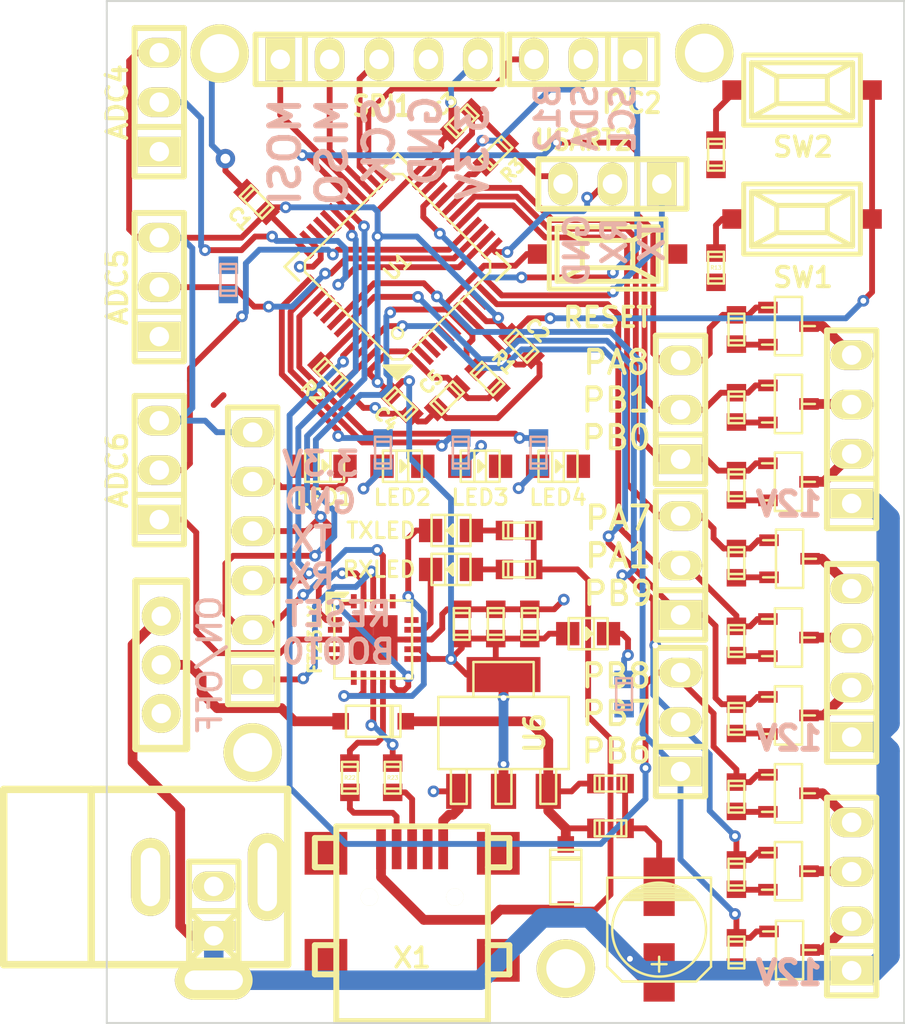
<source format=kicad_pcb>
(kicad_pcb (version 20160815) (host pcbnew 4.1.0-alpha+201608281547+7098~46~ubuntu16.04.1-product)
  (layers (0 F.Cu signal) (31 B.Cu signal) (34 B.Paste user) (35 F.Paste user) (36 B.SilkS user) (37 F.SilkS user) (38 B.Mask user) (39 F.Mask user) (44 Edge.Cuts user))
  (net 0 "")
  (net 1 +3.3V)
  (net 2 GND)
  (net 3 /12V)
  (net 4 /BOOT0)
  (net 5 /RESET)
  (net 6 /USART1_RX)
  (net 7 /USART1_TX)
  (net 8 /USART2_TX)
  (net 9 /USART2_RX)
  (net 10 /1A)
  (net 11 /1B)
  (net 12 /1C)
  (net 13 /2A)
  (net 14 /2B)
  (net 15 /2C)
  (net 16 /3A)
  (net 17 /3B)
  (net 18 /3C)
  (net 19 /SPI1_SCK)
  (net 20 /SPI1_MISO)
  (net 21 /SPI1_MOSI)
  (net 22 "Net-(LD1-Pad1)")
  (net 23 "Net-(LD2-Pad1)")
  (net 24 "Net-(LD3-Pad1)")
  (net 25 "Net-(LD4-Pad1)")
  (net 26 /TIM4_CH3)
  (net 27 /TIM4_CH4)
  (net 28 /TIM3_CH2)
  (net 29 /TIM1_CH1)
  (net 30 /TIM3_CH3)
  (net 31 /TIM3_CH4)
  (net 32 /TIM4_CH1)
  (net 33 /TIM4_CH2)
  (net 34 /BOOT1)
  (net 35 /SW1)
  (net 36 /SW2)
  (net 37 /LED1)
  (net 38 /LED2)
  (net 39 /LED3)
  (net 40 /LED4)
  (net 41 /ADC1_4)
  (net 42 /ADC1_5)
  (net 43 /ADC1_6)
  (net 44 /TIM2_CH2)
  (net 45 /SCL)
  (net 46 /SDA)
  (net 47 /PB12)
  (net 48 "Net-(LD5-Pad1)")
  (net 49 "Net-(LD5-Pad2)")
  (net 50 "Net-(LD6-Pad1)")
  (net 51 "Net-(LD6-Pad2)")
  (net 52 "Net-(R22-Pad1)")
  (net 53 "Net-(R22-Pad2)")
  (net 54 "Net-(R23-Pad1)")
  (net 55 "Net-(R23-Pad2)")
  (net 56 "Net-(U2-Pad10)")
  (net 57 /V_USB)
  (net 58 "Net-(D2-Pad1)")
  (net 59 "Net-(C8-Pad1)")
  (net 60 "Net-(LD7-Pad2)")
  (module w_switch:smd_push (layer F.Cu) (at 164.25 94.7)
    (fp_text reference SW1 hide)
    (fp_text value SW1 (at 0.05 3) (layer F.SilkS) (effects (font (thickness 0.2))))
    (pad 1 smd rect (at -3.59918 0) (size 1.00076 1.00076) (layers F.Cu F.Paste F.Mask) (net 35 /SW1))
    (pad 2 smd rect (at 3.59918 0) (size 1.00076 1.00076) (layers F.Cu F.Paste F.Mask) (net 1 +3.3V))
  )
  (module w_smd_resistors:r_0603 (layer B.Cu) (at 134.75 97.825 90)
    (fp_text reference R15 hide)
    (fp_text value R hide)
    (pad 1 smd rect (at 0.75184 0 90) (size 0.89916 1.00076) (layers B.Cu B.Paste B.Mask) (net 37 /LED1))
    (pad 2 smd rect (at -0.75184 0 90) (size 0.89916 1.00076) (layers B.Cu B.Paste B.Mask) (net 22 "Net-(LD1-Pad1)"))
  )
  (module w_smd_cap:c_0603 (layer F.Cu) (at 146.75 115.5 270)
    (fp_text reference C7 hide)
    (fp_text value C hide)
    (pad 1 smd rect (at 0.75184 0 270) (size 0.89916 1.00076) (layers F.Cu F.Paste F.Mask) (net 1 +3.3V))
    (pad 2 smd rect (at -0.75184 0 270) (size 0.89916 1.00076) (layers F.Cu F.Paste F.Mask) (net 2 GND))
  )
  (module w_switch:switch_mmp122-r (layer F.Cu) (at 131.3 117.6 270)
    (fp_text reference SW3 hide)
    (fp_text value ON/OFF (at 0 -2.5 270) (layer B.SilkS) (effects (font (size 1.2 1.2) (thickness 0.2)) (justify mirror)))
    (pad 1 thru_hole circle (at -2.49936 0 270) (size 1.99898 1.99898) (drill 0.99822) (layers *.Cu *.Mask F.SilkS) (net 3 /12V))
    (pad 2 thru_hole circle (at 0 0 270) (size 1.99898 1.99898) (drill 0.99822) (layers *.Cu *.Mask F.SilkS) (net 58 "Net-(D2-Pad1)"))
    (pad 3 thru_hole circle (at 2.49936 0 270) (size 1.99898 1.99898) (drill 0.99822) (layers *.Cu *.Mask F.SilkS))
  )
  (module w_pin_strip:pin_strip_6 (layer F.Cu) (at 136 112 90)
    (fp_text reference J1 hide)
    (fp_text value PROGRAM hide)
    (pad 1 thru_hole rect (at -6.35 0 90) (size 1.524 2.19964) (drill 1.00076) (layers *.Cu *.Mask F.SilkS) (net 4 /BOOT0))
    (pad 2 thru_hole oval (at -3.81 0 90) (size 1.524 2.19964) (drill 1.00076) (layers *.Cu *.Mask F.SilkS) (net 5 /RESET))
    (pad 3 thru_hole oval (at -1.27 0 90) (size 1.524 2.19964) (drill 1.00076) (layers *.Cu *.Mask F.SilkS) (net 6 /USART1_RX))
    (pad 4 thru_hole oval (at 1.27 0 90) (size 1.524 2.19964) (drill 1.00076) (layers *.Cu *.Mask F.SilkS) (net 7 /USART1_TX))
    (pad 5 thru_hole oval (at 3.81 0 90) (size 1.524 2.19964) (drill 1.00076) (layers *.Cu *.Mask F.SilkS) (net 2 GND))
    (pad 6 thru_hole oval (at 6.35 0 90) (size 1.524 2.19964) (drill 1.00076) (layers *.Cu *.Mask F.SilkS) (net 1 +3.3V))
  )
  (module w_smd_lqfp:lqfp48 (layer F.Cu) (at 143.45 97.15 45)
    (fp_text reference U1 (at 0 0 45) (layer F.SilkS) (effects (font (size 0.7493 0.7493) (thickness 0.14986))))
    (fp_text value STM32F100_LQFP48 hide)
    (pad 4 smd rect (at -1.25 4.09956 45) (size 0.29972 1.30048) (layers F.Cu F.Paste F.Mask))
    (pad 5 smd rect (at -0.75 4.09956 45) (size 0.29972 1.30048) (layers F.Cu F.Paste F.Mask))
    (pad 6 smd rect (at -0.25 4.09956 45) (size 0.29972 1.30048) (layers F.Cu F.Paste F.Mask))
    (pad 7 smd rect (at 0.25 4.09956 45) (size 0.29972 1.30048) (layers F.Cu F.Paste F.Mask) (net 5 /RESET))
    (pad 8 smd rect (at 0.75 4.09956 45) (size 0.29972 1.30048) (layers F.Cu F.Paste F.Mask) (net 2 GND))
    (pad 1 smd rect (at -2.75 4.09956 45) (size 0.29972 1.30048) (layers F.Cu F.Paste F.Mask) (net 1 +3.3V))
    (pad 2 smd rect (at -2.25 4.09956 45) (size 0.29972 1.30048) (layers F.Cu F.Paste F.Mask))
    (pad 3 smd rect (at -1.75 4.09956 45) (size 0.29972 1.30048) (layers F.Cu F.Paste F.Mask))
    (pad 13 smd rect (at 4.09956 2.75 45) (size 1.30048 0.29972) (layers F.Cu F.Paste F.Mask) (net 9 /USART2_RX))
    (pad 14 smd rect (at 4.09956 2.25 45) (size 1.30048 0.29972) (layers F.Cu F.Paste F.Mask) (net 41 /ADC1_4))
    (pad 15 smd rect (at 4.09956 1.75 45) (size 1.30048 0.29972) (layers F.Cu F.Paste F.Mask) (net 42 /ADC1_5))
    (pad 16 smd rect (at 4.09956 1.25 45) (size 1.30048 0.29972) (layers F.Cu F.Paste F.Mask) (net 43 /ADC1_6))
    (pad 17 smd rect (at 4.09956 0.75 45) (size 1.30048 0.29972) (layers F.Cu F.Paste F.Mask) (net 28 /TIM3_CH2))
    (pad 18 smd rect (at 4.09956 0.25 45) (size 1.30048 0.29972) (layers F.Cu F.Paste F.Mask) (net 30 /TIM3_CH3))
    (pad 19 smd rect (at 4.09956 -0.25 45) (size 1.30048 0.29972) (layers F.Cu F.Paste F.Mask) (net 31 /TIM3_CH4))
    (pad 20 smd rect (at 4.09956 -0.75 45) (size 1.30048 0.29972) (layers F.Cu F.Paste F.Mask) (net 34 /BOOT1))
    (pad 25 smd rect (at 2.75 -4.09956 45) (size 0.29972 1.30048) (layers F.Cu F.Paste F.Mask) (net 47 /PB12))
    (pad 26 smd rect (at 2.25 -4.09956 45) (size 0.29972 1.30048) (layers F.Cu F.Paste F.Mask) (net 19 /SPI1_SCK))
    (pad 27 smd rect (at 1.75 -4.09956 45) (size 0.29972 1.30048) (layers F.Cu F.Paste F.Mask) (net 20 /SPI1_MISO))
    (pad 28 smd rect (at 1.25 -4.09956 45) (size 0.29972 1.30048) (layers F.Cu F.Paste F.Mask) (net 21 /SPI1_MOSI))
    (pad 29 smd rect (at 0.75 -4.09956 45) (size 0.29972 1.30048) (layers F.Cu F.Paste F.Mask) (net 29 /TIM1_CH1))
    (pad 30 smd rect (at 0.25 -4.09956 45) (size 0.29972 1.30048) (layers F.Cu F.Paste F.Mask) (net 7 /USART1_TX))
    (pad 31 smd rect (at -0.25 -4.09956 45) (size 0.29972 1.30048) (layers F.Cu F.Paste F.Mask) (net 6 /USART1_RX))
    (pad 32 smd rect (at -0.75 -4.09956 45) (size 0.29972 1.30048) (layers F.Cu F.Paste F.Mask) (net 35 /SW1))
    (pad 37 smd rect (at -4.09956 -2.75 45) (size 1.30048 0.29972) (layers F.Cu F.Paste F.Mask) (net 38 /LED2))
    (pad 38 smd rect (at -4.09956 -2.25 45) (size 1.30048 0.29972) (layers F.Cu F.Paste F.Mask) (net 39 /LED3))
    (pad 39 smd rect (at -4.09956 -1.75 45) (size 1.30048 0.29972) (layers F.Cu F.Paste F.Mask) (net 40 /LED4))
    (pad 40 smd rect (at -4.09956 -1.25 45) (size 1.30048 0.29972) (layers F.Cu F.Paste F.Mask))
    (pad 41 smd rect (at -4.09956 -0.75 45) (size 1.30048 0.29972) (layers F.Cu F.Paste F.Mask))
    (pad 42 smd rect (at -4.09956 -0.25 45) (size 1.30048 0.29972) (layers F.Cu F.Paste F.Mask) (net 32 /TIM4_CH1))
    (pad 43 smd rect (at -4.09956 0.25 45) (size 1.30048 0.29972) (layers F.Cu F.Paste F.Mask) (net 33 /TIM4_CH2))
    (pad 44 smd rect (at -4.09956 0.75 45) (size 1.30048 0.29972) (layers F.Cu F.Paste F.Mask) (net 4 /BOOT0))
    (pad 9 smd rect (at 1.25 4.09956 45) (size 0.29972 1.30048) (layers F.Cu F.Paste F.Mask) (net 1 +3.3V))
    (pad 10 smd rect (at 1.75 4.09956 45) (size 0.29972 1.30048) (layers F.Cu F.Paste F.Mask))
    (pad 11 smd rect (at 2.25 4.09956 45) (size 0.29972 1.30048) (layers F.Cu F.Paste F.Mask) (net 44 /TIM2_CH2))
    (pad 12 smd rect (at 2.75 4.09956 45) (size 0.29972 1.30048) (layers F.Cu F.Paste F.Mask) (net 8 /USART2_TX))
    (pad 21 smd rect (at 4.09956 -1.25 45) (size 1.30048 0.29972) (layers F.Cu F.Paste F.Mask) (net 45 /SCL))
    (pad 22 smd rect (at 4.09956 -1.75 45) (size 1.30048 0.29972) (layers F.Cu F.Paste F.Mask) (net 46 /SDA))
    (pad 23 smd rect (at 4.09956 -2.25 45) (size 1.30048 0.29972) (layers F.Cu F.Paste F.Mask) (net 2 GND))
    (pad 24 smd rect (at 4.09956 -2.75 45) (size 1.30048 0.29972) (layers F.Cu F.Paste F.Mask) (net 1 +3.3V))
    (pad 33 smd rect (at -1.25 -4.09956 45) (size 0.29972 1.30048) (layers F.Cu F.Paste F.Mask) (net 36 /SW2))
    (pad 34 smd rect (at -1.75 -4.09956 45) (size 0.29972 1.30048) (layers F.Cu F.Paste F.Mask) (net 37 /LED1))
    (pad 35 smd rect (at -2.25 -4.09956 45) (size 0.29972 1.30048) (layers F.Cu F.Paste F.Mask) (net 2 GND))
    (pad 36 smd rect (at -2.75 -4.09956 45) (size 0.29972 1.30048) (layers F.Cu F.Paste F.Mask) (net 1 +3.3V))
    (pad 45 smd rect (at -4.09956 1.25 45) (size 1.30048 0.29972) (layers F.Cu F.Paste F.Mask) (net 26 /TIM4_CH3))
    (pad 46 smd rect (at -4.09956 1.75 45) (size 1.30048 0.29972) (layers F.Cu F.Paste F.Mask) (net 27 /TIM4_CH4))
    (pad 47 smd rect (at -4.09956 2.25 45) (size 1.30048 0.29972) (layers F.Cu F.Paste F.Mask) (net 2 GND))
    (pad 48 smd rect (at -4.09956 2.75 45) (size 1.30048 0.29972) (layers F.Cu F.Paste F.Mask) (net 1 +3.3V))
  )
  (module w_smd_cap:c_0603 (layer F.Cu) (at 136.2 93.825 315)
    (fp_text reference C1 (at 0 1.2 315) (layer F.SilkS) (effects (font (size 0.65 0.65) (thickness 0.1625))))
    (fp_text value C hide)
    (pad 1 smd rect (at 0.75184 0 315) (size 0.89916 1.00076) (layers F.Cu F.Paste F.Mask) (net 1 +3.3V))
    (pad 2 smd rect (at -0.75184 0 315) (size 0.89916 1.00076) (layers F.Cu F.Paste F.Mask) (net 2 GND))
  )
  (module w_smd_cap:c_0603 (layer F.Cu) (at 149.825 101.225 135)
    (fp_text reference C2 (at 0 1.15 135) (layer F.SilkS) (effects (font (size 0.65 0.65) (thickness 0.1625))))
    (fp_text value C hide)
    (pad 1 smd rect (at 0.75184 0 135) (size 0.89916 1.00076) (layers F.Cu F.Paste F.Mask) (net 1 +3.3V))
    (pad 2 smd rect (at -0.75184 0 135) (size 0.89916 1.00076) (layers F.Cu F.Paste F.Mask) (net 2 GND))
  )
  (module w_smd_cap:c_0603 (layer F.Cu) (at 146.75 89.675 225)
    (fp_text reference C3 (at 0 1.2 225) (layer F.SilkS) (effects (font (size 0.65 0.65) (thickness 0.1625))))
    (fp_text value C hide)
    (pad 1 smd rect (at 0.75184 0 225) (size 0.89916 1.00076) (layers F.Cu F.Paste F.Mask) (net 1 +3.3V))
    (pad 2 smd rect (at -0.75184 0 225) (size 0.89916 1.00076) (layers F.Cu F.Paste F.Mask) (net 2 GND))
  )
  (module w_smd_cap:c_0603 (layer F.Cu) (at 143.6 104.2 135)
    (fp_text reference C4 (at 0 -1.06066 135) (layer F.SilkS) (effects (font (size 0.65 0.65) (thickness 0.1625))))
    (fp_text value C hide)
    (pad 1 smd rect (at 0.75184 0 135) (size 0.89916 1.00076) (layers F.Cu F.Paste F.Mask) (net 1 +3.3V))
    (pad 2 smd rect (at -0.75184 0 135) (size 0.89916 1.00076) (layers F.Cu F.Paste F.Mask) (net 2 GND))
  )
  (module w_smd_cap:c_0603 (layer F.Cu) (at 146 103.9 45)
    (fp_text reference C5 (at 0 -1.15 45) (layer F.SilkS) (effects (font (size 0.65 0.65) (thickness 0.1625))))
    (fp_text value C hide)
    (pad 1 smd rect (at 0.75184 0 45) (size 0.89916 1.00076) (layers F.Cu F.Paste F.Mask) (net 1 +3.3V))
    (pad 2 smd rect (at -0.75184 0 45) (size 0.89916 1.00076) (layers F.Cu F.Paste F.Mask) (net 2 GND))
  )
  (module w_pin_strip:pin_strip_3 (layer F.Cu) (at 154.5 92.9 180)
    (fp_text reference J2 hide)
    (fp_text value USART2 (at 1.5 2.25 180) (layer F.SilkS) (effects (font (size 1.016 0.889) (thickness 0.2032))))
    (pad 1 thru_hole rect (at -2.54 0 180) (size 1.524 2.19964) (drill 1.00076) (layers *.Cu *.Mask F.SilkS) (net 8 /USART2_TX))
    (pad 2 thru_hole oval (at 0 0 180) (size 1.524 2.19964) (drill 1.00076) (layers *.Cu *.Mask F.SilkS) (net 9 /USART2_RX))
    (pad 3 thru_hole oval (at 2.54 0 180) (size 1.524 2.19964) (drill 1.00076) (layers *.Cu *.Mask F.SilkS) (net 2 GND))
  )
  (module w_pin_strip:pin_strip_4 (layer F.Cu) (at 166.8 129.5 90)
    (fp_text reference J3 hide)
    (fp_text value HEADER_4 hide)
    (pad 1 thru_hole rect (at -3.81 0 90) (size 1.524 2.19964) (drill 1.00076) (layers *.Cu *.Mask F.SilkS) (net 3 /12V))
    (pad 2 thru_hole oval (at -1.27 0 90) (size 1.524 2.19964) (drill 1.00076) (layers *.Cu *.Mask F.SilkS) (net 10 /1A))
    (pad 3 thru_hole oval (at 1.27 0 90) (size 1.524 2.19964) (drill 1.00076) (layers *.Cu *.Mask F.SilkS) (net 11 /1B))
    (pad 4 thru_hole oval (at 3.81 0 90) (size 1.524 2.19964) (drill 1.00076) (layers *.Cu *.Mask F.SilkS) (net 12 /1C))
  )
  (module w_pin_strip:pin_strip_4 (layer F.Cu) (at 166.8 117.5 90)
    (fp_text reference J4 hide)
    (fp_text value HEADER_4 hide)
    (pad 1 thru_hole rect (at -3.81 0 90) (size 1.524 2.19964) (drill 1.00076) (layers *.Cu *.Mask F.SilkS) (net 3 /12V))
    (pad 2 thru_hole oval (at -1.27 0 90) (size 1.524 2.19964) (drill 1.00076) (layers *.Cu *.Mask F.SilkS) (net 13 /2A))
    (pad 3 thru_hole oval (at 1.27 0 90) (size 1.524 2.19964) (drill 1.00076) (layers *.Cu *.Mask F.SilkS) (net 14 /2B))
    (pad 4 thru_hole oval (at 3.81 0 90) (size 1.524 2.19964) (drill 1.00076) (layers *.Cu *.Mask F.SilkS) (net 15 /2C))
  )
  (module w_pin_strip:pin_strip_4 (layer F.Cu) (at 166.8 105.5 90)
    (fp_text reference J5 hide)
    (fp_text value HEADER_4 hide)
    (pad 1 thru_hole rect (at -3.81 0 90) (size 1.524 2.19964) (drill 1.00076) (layers *.Cu *.Mask F.SilkS) (net 3 /12V))
    (pad 2 thru_hole oval (at -1.27 0 90) (size 1.524 2.19964) (drill 1.00076) (layers *.Cu *.Mask F.SilkS) (net 16 /3A))
    (pad 3 thru_hole oval (at 1.27 0 90) (size 1.524 2.19964) (drill 1.00076) (layers *.Cu *.Mask F.SilkS) (net 17 /3B))
    (pad 4 thru_hole oval (at 3.81 0 90) (size 1.524 2.19964) (drill 1.00076) (layers *.Cu *.Mask F.SilkS) (net 18 /3C))
  )
  (module w_pin_strip:pin_socket_2 (layer F.Cu) (at 134 130.25 90)
    (fp_text reference J6 hide)
    (fp_text value HEADER_2 hide)
    (pad 1 thru_hole rect (at -1.27 0 90) (size 1.524 2.19964) (drill 1.00076) (layers *.Cu *.Mask F.SilkS) (net 3 /12V))
    (pad 2 thru_hole oval (at 1.27 0 90) (size 1.524 2.19964) (drill 1.00076) (layers *.Cu *.Mask F.SilkS) (net 2 GND))
  )
  (module w_conn_misc:dc_socket (layer F.Cu) (at 130.5 128.5 270)
    (fp_text reference J7 hide)
    (fp_text value DC_POWER_JACK hide)
    (pad 1 thru_hole oval (at 5.30098 -3.50012 270) (size 1.99898 4.0005) (drill oval 1.00076 2.99974) (layers *.Cu *.Mask F.SilkS) (net 3 /12V))
    (pad 2 thru_hole oval (at 0 -0.24892 270) (size 4.0005 1.99898) (drill oval 2.99974 1.00076) (layers *.Cu *.Mask F.SilkS) (net 2 GND))
    (pad 3 thru_hole oval (at 0 -6.25094 270) (size 4.50088 1.99898) (drill oval 3.50012 1.00076) (layers *.Cu *.Mask F.SilkS) (net 2 GND))
  )
  (module w_pin_strip:pin_strip_5 (layer F.Cu) (at 142.5 86.5)
    (fp_text reference J8 hide)
    (fp_text value SPI1 (at 0.15 2.4) (layer F.SilkS) (effects (font (size 1.016 0.889) (thickness 0.2032))))
    (pad 1 thru_hole rect (at -5.08 0) (size 1.524 2.19964) (drill 1.00076) (layers *.Cu *.Mask F.SilkS) (net 21 /SPI1_MOSI))
    (pad 2 thru_hole oval (at -2.54 0) (size 1.524 2.19964) (drill 1.00076) (layers *.Cu *.Mask F.SilkS) (net 20 /SPI1_MISO))
    (pad 3 thru_hole oval (at 0 0) (size 1.524 2.19964) (drill 1.00076) (layers *.Cu *.Mask F.SilkS) (net 19 /SPI1_SCK))
    (pad 4 thru_hole oval (at 2.54 0) (size 1.524 2.19964) (drill 1.00076) (layers *.Cu *.Mask F.SilkS) (net 2 GND))
    (pad 5 thru_hole oval (at 5.08 0) (size 1.524 2.19964) (drill 1.00076) (layers *.Cu *.Mask F.SilkS) (net 1 +3.3V))
  )
  (module w_smd_leds:Led_0805 (layer F.Cu) (at 139.7 107.4)
    (fp_text reference LD1 hide)
    (fp_text value LED1 (at 0 1.6) (layer F.SilkS) (effects (font (size 0.8001 0.8001) (thickness 0.14986))))
    (pad 1 smd rect (at -1.04902 0) (size 1.19888 1.19888) (layers F.Cu F.Paste F.Mask) (net 22 "Net-(LD1-Pad1)"))
    (pad 2 smd rect (at 1.04902 0) (size 1.19888 1.19888) (layers F.Cu F.Paste F.Mask) (net 2 GND))
  )
  (module w_smd_leds:Led_0805 (layer F.Cu) (at 143.7 107.4)
    (fp_text reference LD2 hide)
    (fp_text value LED2 (at 0 1.6) (layer F.SilkS) (effects (font (size 0.8001 0.8001) (thickness 0.14986))))
    (pad 1 smd rect (at -1.04902 0) (size 1.19888 1.19888) (layers F.Cu F.Paste F.Mask) (net 23 "Net-(LD2-Pad1)"))
    (pad 2 smd rect (at 1.04902 0) (size 1.19888 1.19888) (layers F.Cu F.Paste F.Mask) (net 2 GND))
  )
  (module w_smd_leds:Led_0805 (layer F.Cu) (at 147.7 107.4)
    (fp_text reference LD3 hide)
    (fp_text value LED3 (at 0 1.6) (layer F.SilkS) (effects (font (size 0.8001 0.8001) (thickness 0.14986))))
    (pad 1 smd rect (at -1.04902 0) (size 1.19888 1.19888) (layers F.Cu F.Paste F.Mask) (net 24 "Net-(LD3-Pad1)"))
    (pad 2 smd rect (at 1.04902 0) (size 1.19888 1.19888) (layers F.Cu F.Paste F.Mask) (net 2 GND))
  )
  (module w_smd_leds:Led_0805 (layer F.Cu) (at 151.7 107.4)
    (fp_text reference LD4 hide)
    (fp_text value LED4 (at 0 1.6) (layer F.SilkS) (effects (font (size 0.8001 0.8001) (thickness 0.14986))))
    (pad 1 smd rect (at -1.04902 0) (size 1.19888 1.19888) (layers F.Cu F.Paste F.Mask) (net 25 "Net-(LD4-Pad1)"))
    (pad 2 smd rect (at 1.04902 0) (size 1.19888 1.19888) (layers F.Cu F.Paste F.Mask) (net 2 GND))
  )
  (module w_smd_trans:sot23 (layer F.Cu) (at 163.60664 132.2475 270)
    (fp_text reference Q1 hide)
    (fp_text value MOS_N_GDS hide)
    (pad 1 smd rect (at -0.9525 1.05664 270) (size 0.59944 1.00076) (layers F.Cu F.Paste F.Mask) (net 32 /TIM4_CH1))
    (pad 2 smd rect (at 0 -1.05664 270) (size 0.59944 1.00076) (layers F.Cu F.Paste F.Mask) (net 10 /1A))
    (pad 3 smd rect (at 0.9525 1.05664 270) (size 0.59944 1.00076) (layers F.Cu F.Paste F.Mask) (net 2 GND))
  )
  (module w_smd_trans:sot23 (layer F.Cu) (at 163.55 128.2 270)
    (fp_text reference Q2 hide)
    (fp_text value MOS_N_GDS hide)
    (pad 1 smd rect (at -0.9525 1.05664 270) (size 0.59944 1.00076) (layers F.Cu F.Paste F.Mask) (net 33 /TIM4_CH2))
    (pad 2 smd rect (at 0 -1.05664 270) (size 0.59944 1.00076) (layers F.Cu F.Paste F.Mask) (net 11 /1B))
    (pad 3 smd rect (at 0.9525 1.05664 270) (size 0.59944 1.00076) (layers F.Cu F.Paste F.Mask) (net 2 GND))
  )
  (module w_smd_trans:sot23 (layer F.Cu) (at 163.55 124.2 270)
    (fp_text reference Q3 hide)
    (fp_text value MOS_N_GDS hide)
    (pad 1 smd rect (at -0.9525 1.05664 270) (size 0.59944 1.00076) (layers F.Cu F.Paste F.Mask) (net 26 /TIM4_CH3))
    (pad 2 smd rect (at 0 -1.05664 270) (size 0.59944 1.00076) (layers F.Cu F.Paste F.Mask) (net 12 /1C))
    (pad 3 smd rect (at 0.9525 1.05664 270) (size 0.59944 1.00076) (layers F.Cu F.Paste F.Mask) (net 2 GND))
  )
  (module w_smd_trans:sot23 (layer F.Cu) (at 163.55 120.2 270)
    (fp_text reference Q4 hide)
    (fp_text value MOS_N_GDS hide)
    (pad 1 smd rect (at -0.9525 1.05664 270) (size 0.59944 1.00076) (layers F.Cu F.Paste F.Mask) (net 27 /TIM4_CH4))
    (pad 2 smd rect (at 0 -1.05664 270) (size 0.59944 1.00076) (layers F.Cu F.Paste F.Mask) (net 13 /2A))
    (pad 3 smd rect (at 0.9525 1.05664 270) (size 0.59944 1.00076) (layers F.Cu F.Paste F.Mask) (net 2 GND))
  )
  (module w_smd_trans:sot23 (layer F.Cu) (at 163.55 116.2 270)
    (fp_text reference Q5 hide)
    (fp_text value MOS_N_GDS hide)
    (pad 1 smd rect (at -0.9525 1.05664 270) (size 0.59944 1.00076) (layers F.Cu F.Paste F.Mask) (net 44 /TIM2_CH2))
    (pad 2 smd rect (at 0 -1.05664 270) (size 0.59944 1.00076) (layers F.Cu F.Paste F.Mask) (net 14 /2B))
    (pad 3 smd rect (at 0.9525 1.05664 270) (size 0.59944 1.00076) (layers F.Cu F.Paste F.Mask) (net 2 GND))
  )
  (module w_smd_trans:sot23 (layer F.Cu) (at 163.60664 112.1525 270)
    (fp_text reference Q6 hide)
    (fp_text value MOS_N_GDS hide)
    (pad 1 smd rect (at -0.9525 1.05664 270) (size 0.59944 1.00076) (layers F.Cu F.Paste F.Mask) (net 28 /TIM3_CH2))
    (pad 2 smd rect (at 0 -1.05664 270) (size 0.59944 1.00076) (layers F.Cu F.Paste F.Mask) (net 15 /2C))
    (pad 3 smd rect (at 0.9525 1.05664 270) (size 0.59944 1.00076) (layers F.Cu F.Paste F.Mask) (net 2 GND))
  )
  (module w_smd_trans:sot23 (layer F.Cu) (at 163.55 108.2 270)
    (fp_text reference Q7 hide)
    (fp_text value MOS_N_GDS hide)
    (pad 1 smd rect (at -0.9525 1.05664 270) (size 0.59944 1.00076) (layers F.Cu F.Paste F.Mask) (net 30 /TIM3_CH3))
    (pad 2 smd rect (at 0 -1.05664 270) (size 0.59944 1.00076) (layers F.Cu F.Paste F.Mask) (net 16 /3A))
    (pad 3 smd rect (at 0.9525 1.05664 270) (size 0.59944 1.00076) (layers F.Cu F.Paste F.Mask) (net 2 GND))
  )
  (module w_smd_trans:sot23 (layer F.Cu) (at 163.55 104.2 270)
    (fp_text reference Q8 hide)
    (fp_text value MOS_N_GDS hide)
    (pad 1 smd rect (at -0.9525 1.05664 270) (size 0.59944 1.00076) (layers F.Cu F.Paste F.Mask) (net 31 /TIM3_CH4))
    (pad 2 smd rect (at 0 -1.05664 270) (size 0.59944 1.00076) (layers F.Cu F.Paste F.Mask) (net 17 /3B))
    (pad 3 smd rect (at 0.9525 1.05664 270) (size 0.59944 1.00076) (layers F.Cu F.Paste F.Mask) (net 2 GND))
  )
  (module w_smd_trans:sot23 (layer F.Cu) (at 163.55 100.2 270)
    (fp_text reference Q9 hide)
    (fp_text value MOS_N_GDS hide)
    (pad 1 smd rect (at -0.9525 1.05664 270) (size 0.59944 1.00076) (layers F.Cu F.Paste F.Mask) (net 29 /TIM1_CH1))
    (pad 2 smd rect (at 0 -1.05664 270) (size 0.59944 1.00076) (layers F.Cu F.Paste F.Mask) (net 18 /3C))
    (pad 3 smd rect (at 0.9525 1.05664 270) (size 0.59944 1.00076) (layers F.Cu F.Paste F.Mask) (net 2 GND))
  )
  (module w_smd_resistors:r_0603 (layer F.Cu) (at 148.075 102.9 315)
    (fp_text reference R1 (at 0 -1.2 315) (layer F.SilkS) (effects (font (size 0.65 0.65) (thickness 0.1625))))
    (fp_text value R hide)
    (pad 1 smd rect (at 0.75184 0 315) (size 0.89916 1.00076) (layers F.Cu F.Paste F.Mask) (net 1 +3.3V))
    (pad 2 smd rect (at -0.75184 0 315) (size 0.89916 1.00076) (layers F.Cu F.Paste F.Mask) (net 5 /RESET))
  )
  (module w_smd_resistors:r_0603 (layer F.Cu) (at 140 102.7 315)
    (fp_text reference R2 (at 0 1.272792 315) (layer F.SilkS) (effects (font (size 0.65 0.65) (thickness 0.1625))))
    (fp_text value R hide)
    (pad 1 smd rect (at 0.75184 0 315) (size 0.89916 1.00076) (layers F.Cu F.Paste F.Mask) (net 2 GND))
    (pad 2 smd rect (at -0.75184 0 315) (size 0.89916 1.00076) (layers F.Cu F.Paste F.Mask) (net 4 /BOOT0))
  )
  (module w_smd_resistors:r_0603 (layer F.Cu) (at 148.5 91.325 45)
    (fp_text reference R3 (at 0 1.25 45) (layer F.SilkS) (effects (font (size 0.65 0.65) (thickness 0.1625))))
    (fp_text value R hide)
    (pad 1 smd rect (at 0.75184 0 45) (size 0.89916 1.00076) (layers F.Cu F.Paste F.Mask) (net 2 GND))
    (pad 2 smd rect (at -0.75184 0 45) (size 0.89916 1.00076) (layers F.Cu F.Paste F.Mask) (net 34 /BOOT1))
  )
  (module w_smd_resistors:r_0603 (layer F.Cu) (at 160.875 132.375 90)
    (fp_text reference R4 hide)
    (fp_text value R hide)
    (pad 1 smd rect (at 0.75184 0 90) (size 0.89916 1.00076) (layers F.Cu F.Paste F.Mask) (net 32 /TIM4_CH1))
    (pad 2 smd rect (at -0.75184 0 90) (size 0.89916 1.00076) (layers F.Cu F.Paste F.Mask) (net 2 GND))
  )
  (module w_smd_resistors:r_0603 (layer F.Cu) (at 160.875 128.375 90)
    (fp_text reference R5 hide)
    (fp_text value R hide)
    (pad 1 smd rect (at 0.75184 0 90) (size 0.89916 1.00076) (layers F.Cu F.Paste F.Mask) (net 33 /TIM4_CH2))
    (pad 2 smd rect (at -0.75184 0 90) (size 0.89916 1.00076) (layers F.Cu F.Paste F.Mask) (net 2 GND))
  )
  (module w_smd_resistors:r_0603 (layer F.Cu) (at 160.875 124.375 90)
    (fp_text reference R6 hide)
    (fp_text value R hide)
    (pad 1 smd rect (at 0.75184 0 90) (size 0.89916 1.00076) (layers F.Cu F.Paste F.Mask) (net 26 /TIM4_CH3))
    (pad 2 smd rect (at -0.75184 0 90) (size 0.89916 1.00076) (layers F.Cu F.Paste F.Mask) (net 2 GND))
  )
  (module w_smd_resistors:r_0603 (layer F.Cu) (at 160.875 120.375 90)
    (fp_text reference R7 hide)
    (fp_text value R hide)
    (pad 1 smd rect (at 0.75184 0 90) (size 0.89916 1.00076) (layers F.Cu F.Paste F.Mask) (net 27 /TIM4_CH4))
    (pad 2 smd rect (at -0.75184 0 90) (size 0.89916 1.00076) (layers F.Cu F.Paste F.Mask) (net 2 GND))
  )
  (module w_smd_resistors:r_0603 (layer F.Cu) (at 160.875 116.375 90)
    (fp_text reference R8 hide)
    (fp_text value R hide)
    (pad 1 smd rect (at 0.75184 0 90) (size 0.89916 1.00076) (layers F.Cu F.Paste F.Mask) (net 44 /TIM2_CH2))
    (pad 2 smd rect (at -0.75184 0 90) (size 0.89916 1.00076) (layers F.Cu F.Paste F.Mask) (net 2 GND))
  )
  (module w_smd_resistors:r_0603 (layer F.Cu) (at 160.875 112.375 90)
    (fp_text reference R9 hide)
    (fp_text value R hide)
    (pad 1 smd rect (at 0.75184 0 90) (size 0.89916 1.00076) (layers F.Cu F.Paste F.Mask) (net 28 /TIM3_CH2))
    (pad 2 smd rect (at -0.75184 0 90) (size 0.89916 1.00076) (layers F.Cu F.Paste F.Mask) (net 2 GND))
  )
  (module w_smd_resistors:r_0603 (layer F.Cu) (at 160.875 108.375 90)
    (fp_text reference R10 hide)
    (fp_text value R hide)
    (pad 1 smd rect (at 0.75184 0 90) (size 0.89916 1.00076) (layers F.Cu F.Paste F.Mask) (net 30 /TIM3_CH3))
    (pad 2 smd rect (at -0.75184 0 90) (size 0.89916 1.00076) (layers F.Cu F.Paste F.Mask) (net 2 GND))
  )
  (module w_smd_resistors:r_0603 (layer F.Cu) (at 160.875 104.375 90)
    (fp_text reference R11 hide)
    (fp_text value R hide)
    (pad 1 smd rect (at 0.75184 0 90) (size 0.89916 1.00076) (layers F.Cu F.Paste F.Mask) (net 31 /TIM3_CH4))
    (pad 2 smd rect (at -0.75184 0 90) (size 0.89916 1.00076) (layers F.Cu F.Paste F.Mask) (net 2 GND))
  )
  (module w_smd_resistors:r_0603 (layer F.Cu) (at 160.875 100.375 90)
    (fp_text reference R12 hide)
    (fp_text value R hide)
    (pad 1 smd rect (at 0.75184 0 90) (size 0.89916 1.00076) (layers F.Cu F.Paste F.Mask) (net 29 /TIM1_CH1))
    (pad 2 smd rect (at -0.75184 0 90) (size 0.89916 1.00076) (layers F.Cu F.Paste F.Mask) (net 2 GND))
  )
  (module w_smd_resistors:r_0603 (layer F.Cu) (at 159.825 91.4 90)
    (fp_text reference R14 hide)
    (fp_text value R hide)
    (pad 1 smd rect (at 0.75184 0 90) (size 0.89916 1.00076) (layers F.Cu F.Paste F.Mask) (net 36 /SW2))
    (pad 2 smd rect (at -0.75184 0 90) (size 0.89916 1.00076) (layers F.Cu F.Paste F.Mask) (net 2 GND))
  )
  (module w_smd_resistors:r_0603 (layer B.Cu) (at 142.7 106.7 90)
    (fp_text reference R16 hide)
    (fp_text value R hide)
    (pad 1 smd rect (at 0.75184 0 90) (size 0.89916 1.00076) (layers B.Cu B.Paste B.Mask) (net 38 /LED2))
    (pad 2 smd rect (at -0.75184 0 90) (size 0.89916 1.00076) (layers B.Cu B.Paste B.Mask) (net 23 "Net-(LD2-Pad1)"))
  )
  (module w_smd_resistors:r_0603 (layer B.Cu) (at 146.7 106.7 90)
    (fp_text reference R17 hide)
    (fp_text value R hide)
    (pad 1 smd rect (at 0.75184 0 90) (size 0.89916 1.00076) (layers B.Cu B.Paste B.Mask) (net 39 /LED3))
    (pad 2 smd rect (at -0.75184 0 90) (size 0.89916 1.00076) (layers B.Cu B.Paste B.Mask) (net 24 "Net-(LD3-Pad1)"))
  )
  (module w_smd_resistors:r_0603 (layer B.Cu) (at 150.7 106.7 90)
    (fp_text reference R18 hide)
    (fp_text value R hide)
    (pad 1 smd rect (at 0.75184 0 90) (size 0.89916 1.00076) (layers B.Cu B.Paste B.Mask) (net 40 /LED4))
    (pad 2 smd rect (at -0.75184 0 90) (size 0.89916 1.00076) (layers B.Cu B.Paste B.Mask) (net 25 "Net-(LD4-Pad1)"))
  )
  (module w_switch:smd_push (layer F.Cu) (at 164.25 88.075 180)
    (fp_text reference SW2 hide)
    (fp_text value SW2 (at -0.05 -2.925 180) (layer F.SilkS) (effects (font (thickness 0.2))))
    (pad 1 smd rect (at -3.59918 0 180) (size 1.00076 1.00076) (layers F.Cu F.Paste F.Mask) (net 1 +3.3V))
    (pad 2 smd rect (at 3.59918 0 180) (size 1.00076 1.00076) (layers F.Cu F.Paste F.Mask) (net 36 /SW2))
  )
  (module w_smd_trans:sot223 (layer F.Cu) (at 148.9 121.1)
    (fp_text reference U6 (at 1.6 0 -270) (layer F.SilkS) (effects (font (size 1.00076 1.00076) (thickness 0.20066))))
    (fp_text value sot223 hide)
    (pad 1 smd rect (at -2.30124 2.99974) (size 1.30048 1.80086) (layers F.Cu F.Paste F.Mask) (net 2 GND))
    (pad 2 smd rect (at 0 2.99974) (size 1.30048 1.80086) (layers F.Cu F.Paste F.Mask) (net 1 +3.3V))
    (pad 3 smd rect (at 2.30124 2.99974) (size 1.30048 1.80086) (layers F.Cu F.Paste F.Mask) (net 59 "Net-(C8-Pad1)"))
    (pad 4 smd rect (at 0 -2.99974) (size 3.79984 1.80086) (layers F.Cu F.Paste F.Mask) (net 1 +3.3V))
  )
  (module freaquency:drill_2.0mm (layer F.Cu) (at 152.1 133.2)
    (fp_text reference J9 hide)
    (fp_text value HEADER_1 hide)
    (pad 1 thru_hole circle (at 0 0) (size 3 3) (drill 2) (layers *.Cu *.Mask F.SilkS) (net 2 GND))
  )
  (module freaquency:drill_2.0mm (layer F.Cu) (at 136 122.1)
    (fp_text reference J10 hide)
    (fp_text value HEADER_1 hide)
    (pad 1 thru_hole circle (at 0 0) (size 3 3) (drill 2) (layers *.Cu *.Mask F.SilkS) (net 2 GND))
  )
  (module freaquency:drill_2.0mm (layer F.Cu) (at 134.3 86.2)
    (fp_text reference J11 hide)
    (fp_text value HEADER_1 hide)
    (pad 1 thru_hole circle (at 0 0) (size 3 3) (drill 2) (layers *.Cu *.Mask F.SilkS) (net 2 GND))
  )
  (module freaquency:drill_2.0mm (layer F.Cu) (at 159.225 86.175)
    (fp_text reference J12 hide)
    (fp_text value HEADER_1 hide)
    (pad 1 thru_hole circle (at 0 0) (size 3 3) (drill 2) (layers *.Cu *.Mask F.SilkS) (net 2 GND))
  )
  (module w_smd_cap:c_elec_5x5.3 (layer F.Cu) (at 156.9 131.2 270)
    (fp_text reference C6 hide)
    (fp_text value C hide)
    (pad 1 smd rect (at 2.19964 0 270) (size 2.99974 1.6002) (layers F.Cu F.Paste F.Mask) (net 3 /12V))
    (pad 2 smd rect (at -2.19964 0 270) (size 2.99974 1.6002) (layers F.Cu F.Paste F.Mask) (net 2 GND))
  )
  (module w_pin_strip:pin_socket_3 (layer F.Cu) (at 158 120.54 90)
    (fp_text reference J13 hide)
    (fp_text value HEADER_3 hide)
    (pad 1 thru_hole rect (at -2.54 0 90) (size 1.524 2.19964) (drill 1.00076) (layers *.Cu *.Mask F.SilkS) (net 32 /TIM4_CH1))
    (pad 2 thru_hole oval (at 0 0 90) (size 1.524 2.19964) (drill 1.00076) (layers *.Cu *.Mask F.SilkS) (net 33 /TIM4_CH2))
    (pad 3 thru_hole oval (at 2.54 0 90) (size 1.524 2.19964) (drill 1.00076) (layers *.Cu *.Mask F.SilkS) (net 26 /TIM4_CH3))
  )
  (module w_pin_strip:pin_socket_3 (layer F.Cu) (at 158 112.5 90)
    (fp_text reference J14 hide)
    (fp_text value HEADER_3 hide)
    (pad 1 thru_hole rect (at -2.54 0 90) (size 1.524 2.19964) (drill 1.00076) (layers *.Cu *.Mask F.SilkS) (net 27 /TIM4_CH4))
    (pad 2 thru_hole oval (at 0 0 90) (size 1.524 2.19964) (drill 1.00076) (layers *.Cu *.Mask F.SilkS) (net 44 /TIM2_CH2))
    (pad 3 thru_hole oval (at 2.54 0 90) (size 1.524 2.19964) (drill 1.00076) (layers *.Cu *.Mask F.SilkS) (net 28 /TIM3_CH2))
  )
  (module w_pin_strip:pin_socket_3 (layer F.Cu) (at 158 104.5 90)
    (fp_text reference J15 hide)
    (fp_text value HEADER_3 hide)
    (pad 1 thru_hole rect (at -2.54 0 90) (size 1.524 2.19964) (drill 1.00076) (layers *.Cu *.Mask F.SilkS) (net 30 /TIM3_CH3))
    (pad 2 thru_hole oval (at 0 0 90) (size 1.524 2.19964) (drill 1.00076) (layers *.Cu *.Mask F.SilkS) (net 31 /TIM3_CH4))
    (pad 3 thru_hole oval (at 2.54 0 90) (size 1.524 2.19964) (drill 1.00076) (layers *.Cu *.Mask F.SilkS) (net 29 /TIM1_CH1))
  )
  (module w_switch:smd_push (layer F.Cu) (at 154.25 96.5 180)
    (fp_text reference SW4 hide)
    (fp_text value RESET (at 0 -3.25 180) (layer F.SilkS) (effects (font (thickness 0.2))))
    (pad 1 smd rect (at -3.59918 0 180) (size 1.00076 1.00076) (layers F.Cu F.Paste F.Mask) (net 2 GND))
    (pad 2 smd rect (at 3.59918 0 180) (size 1.00076 1.00076) (layers F.Cu F.Paste F.Mask) (net 5 /RESET))
  )
  (module w_pin_strip:pin_socket_3 (layer F.Cu) (at 153 86.5 180)
    (fp_text reference J16 hide)
    (fp_text value I2C2 (at -2.5 -2.25 180) (layer F.SilkS) (effects (font (size 1.016 0.889) (thickness 0.2032))))
    (pad 1 thru_hole rect (at -2.54 0 180) (size 1.524 2.19964) (drill 1.00076) (layers *.Cu *.Mask F.SilkS) (net 45 /SCL))
    (pad 2 thru_hole oval (at 0 0 180) (size 1.524 2.19964) (drill 1.00076) (layers *.Cu *.Mask F.SilkS) (net 46 /SDA))
    (pad 3 thru_hole oval (at 2.54 0 180) (size 1.524 2.19964) (drill 1.00076) (layers *.Cu *.Mask F.SilkS) (net 47 /PB12))
  )
  (module w_smd_resistors:r_0603 (layer F.Cu) (at 159.825 97.2 90)
    (fp_text reference R13 (at 0 0 180) (layer F.SilkS) (effects (font (size 0.20066 0.20066) (thickness 0.04064))))
    (fp_text value R hide)
    (pad 1 smd rect (at 0.75184 0 90) (size 0.89916 1.00076) (layers F.Cu F.Paste F.Mask) (net 35 /SW1))
    (pad 2 smd rect (at -0.75184 0 90) (size 0.89916 1.00076) (layers F.Cu F.Paste F.Mask) (net 2 GND))
  )
  (module w_smd_diode:sod123 (layer F.Cu) (at 152.1 128.5 90)
    (fp_text reference D1 hide)
    (fp_text value SCHOTTKY hide)
    (pad 2 smd rect (at 1.67386 0 90) (size 0.8509 0.8509) (layers F.Cu F.Paste F.Mask) (net 59 "Net-(C8-Pad1)"))
    (pad 1 smd rect (at -1.67386 0 90) (size 0.8509 0.8509) (layers F.Cu F.Paste F.Mask) (net 57 /V_USB))
  )
  (module w_smd_leds:Led_0805 (layer F.Cu) (at 146.2 112.7 180)
    (fp_text reference LD5 hide)
    (fp_text value RXLED (at 3.7 0 180) (layer F.SilkS) (effects (font (size 0.8001 0.8001) (thickness 0.14986))))
    (pad 1 smd rect (at -1.04902 0 180) (size 1.19888 1.19888) (layers F.Cu F.Paste F.Mask) (net 48 "Net-(LD5-Pad1)"))
    (pad 2 smd rect (at 1.04902 0 180) (size 1.19888 1.19888) (layers F.Cu F.Paste F.Mask) (net 49 "Net-(LD5-Pad2)"))
  )
  (module w_smd_leds:Led_0805 (layer F.Cu) (at 146.2 110.7 180)
    (fp_text reference LD6 hide)
    (fp_text value TXLED (at 3.6 0 180) (layer F.SilkS) (effects (font (size 0.8001 0.8001) (thickness 0.14986))))
    (pad 1 smd rect (at -1.04902 0 180) (size 1.19888 1.19888) (layers F.Cu F.Paste F.Mask) (net 50 "Net-(LD6-Pad1)"))
    (pad 2 smd rect (at 1.04902 0 180) (size 1.19888 1.19888) (layers F.Cu F.Paste F.Mask) (net 51 "Net-(LD6-Pad2)"))
  )
  (module w_smd_resistors:r_0603 (layer F.Cu) (at 149.7 112.7)
    (fp_text reference R19 hide)
    (fp_text value R hide)
    (pad 1 smd rect (at 0.75184 0) (size 0.89916 1.00076) (layers F.Cu F.Paste F.Mask) (net 57 /V_USB))
    (pad 2 smd rect (at -0.75184 0) (size 0.89916 1.00076) (layers F.Cu F.Paste F.Mask) (net 48 "Net-(LD5-Pad1)"))
  )
  (module w_smd_resistors:r_0603 (layer F.Cu) (at 149.7 110.7 180)
    (fp_text reference R20 hide)
    (fp_text value R hide)
    (pad 1 smd rect (at 0.75184 0 180) (size 0.89916 1.00076) (layers F.Cu F.Paste F.Mask) (net 50 "Net-(LD6-Pad1)"))
    (pad 2 smd rect (at -0.75184 0 180) (size 0.89916 1.00076) (layers F.Cu F.Paste F.Mask) (net 57 /V_USB))
  )
  (module w_smd_resistors:r_0603 (layer F.Cu) (at 141 123.4 270)
    (fp_text reference R22 (at 0 0 180) (layer F.SilkS) (effects (font (size 0.20066 0.20066) (thickness 0.04064))))
    (fp_text value R hide)
    (pad 1 smd rect (at 0.75184 0 270) (size 0.89916 1.00076) (layers F.Cu F.Paste F.Mask) (net 52 "Net-(R22-Pad1)"))
    (pad 2 smd rect (at -0.75184 0 270) (size 0.89916 1.00076) (layers F.Cu F.Paste F.Mask) (net 53 "Net-(R22-Pad2)"))
  )
  (module w_smd_resistors:r_0603 (layer F.Cu) (at 143.2 123.4 90)
    (fp_text reference R23 (at 0 0 180) (layer F.SilkS) (effects (font (size 0.20066 0.20066) (thickness 0.04064))))
    (fp_text value R hide)
    (pad 1 smd rect (at 0.75184 0 90) (size 0.89916 1.00076) (layers F.Cu F.Paste F.Mask) (net 54 "Net-(R23-Pad1)"))
    (pad 2 smd rect (at -0.75184 0 90) (size 0.89916 1.00076) (layers F.Cu F.Paste F.Mask) (net 55 "Net-(R23-Pad2)"))
  )
  (module w_smd_qfn:qfn-20 (layer F.Cu) (at 142.2 116.3 270)
    (fp_text reference U2 hide)
    (fp_text value FT231X (at 0 3 270) (layer F.SilkS) (effects (font (size 0.65 0.65))))
    (pad 1 smd rect (at -1.00076 1.96596 270) (size 0.29972 0.72898) (layers F.Cu F.Paste F.Mask) (net 7 /USART1_TX))
    (pad 2 smd rect (at -0.50038 1.96596 270) (size 0.29972 0.72898) (layers F.Cu F.Paste F.Mask))
    (pad 3 smd rect (at 0 1.96596 270) (size 0.29972 0.72898) (layers F.Cu F.Paste F.Mask) (net 2 GND))
    (pad 4 smd rect (at 0.50038 1.96596 270) (size 0.29972 0.72898) (layers F.Cu F.Paste F.Mask))
    (pad 6 smd rect (at 1.96596 1.00076 270) (size 0.72898 0.29972) (layers F.Cu F.Paste F.Mask))
    (pad 7 smd rect (at 1.96596 0.50038 270) (size 0.72898 0.29972) (layers F.Cu F.Paste F.Mask) (net 51 "Net-(LD6-Pad2)"))
    (pad 8 smd rect (at 1.96596 0 270) (size 0.72898 0.29972) (layers F.Cu F.Paste F.Mask) (net 54 "Net-(R23-Pad1)"))
    (pad 9 smd rect (at 1.96596 -0.50038 270) (size 0.72898 0.29972) (layers F.Cu F.Paste F.Mask) (net 53 "Net-(R22-Pad2)"))
    (pad 10 smd rect (at 1.96596 -1.00076 270) (size 0.72898 0.29972) (layers F.Cu F.Paste F.Mask) (net 56 "Net-(U2-Pad10)"))
    (pad 21 smd rect (at 0.62484 0.62484 270) (size 1.24968 1.24968) (layers F.Cu F.Paste F.Mask) (net 2 GND))
    (pad 21 smd rect (at -0.62484 0.62484 270) (size 1.24968 1.24968) (layers F.Cu F.Paste F.Mask) (net 2 GND))
    (pad 21 smd rect (at -0.62484 -0.62484 270) (size 1.24968 1.24968) (layers F.Cu F.Paste F.Mask) (net 2 GND))
    (pad 21 smd rect (at 0.62484 -0.62484 270) (size 1.24968 1.24968) (layers F.Cu F.Paste F.Mask) (net 2 GND))
    (pad 11 smd rect (at 1.00076 -1.96596 270) (size 0.29972 0.72898) (layers F.Cu F.Paste F.Mask) (net 1 +3.3V))
    (pad 12 smd rect (at 0.50038 -1.96596 270) (size 0.29972 0.72898) (layers F.Cu F.Paste F.Mask) (net 1 +3.3V))
    (pad 13 smd rect (at 0 -1.96596 270) (size 0.29972 0.72898) (layers F.Cu F.Paste F.Mask) (net 2 GND))
    (pad 14 smd rect (at -0.50038 -1.96596 270) (size 0.29972 0.72898) (layers F.Cu F.Paste F.Mask) (net 49 "Net-(LD5-Pad2)"))
    (pad 15 smd rect (at -1.00076 -1.96596 270) (size 0.29972 0.72898) (layers F.Cu F.Paste F.Mask))
    (pad 16 smd rect (at -1.96596 -1.00076 270) (size 0.72898 0.29972) (layers F.Cu F.Paste F.Mask))
    (pad 17 smd rect (at -1.96596 -0.50038 270) (size 0.72898 0.29972) (layers F.Cu F.Paste F.Mask) (net 6 /USART1_RX))
    (pad 18 smd rect (at -1.96596 0 270) (size 0.72898 0.29972) (layers F.Cu F.Paste F.Mask) (net 4 /BOOT0))
    (pad 19 smd rect (at -1.96596 0.50038 270) (size 0.72898 0.29972) (layers F.Cu F.Paste F.Mask) (net 5 /RESET))
    (pad 20 smd rect (at -1.96596 1.00076 270) (size 0.72898 0.29972) (layers F.Cu F.Paste F.Mask) (net 56 "Net-(U2-Pad10)"))
    (pad 5 smd rect (at 1.00076 1.96596 270) (size 0.29972 0.72898) (layers F.Cu F.Paste F.Mask))
  )
  (module w_conn_pc:conn_usb_B_mini_smd (layer F.Cu) (at 144.2 130.9)
    (fp_text reference X1 (at 0 1.75) (layer F.SilkS) (effects (font (size 0.99822 0.99822) (thickness 0.19558))))
    (fp_text value MINI-USB_SHIELD5P2-32005-601 hide)
    (pad "" smd rect (at 4.42976 -3.6195) (size 2.1971 2.1971) (layers F.Cu F.Paste F.Mask))
    (pad 1 smd rect (at -1.59766 -3.8989) (size 0.49784 2.1971) (layers F.Cu F.Paste F.Mask) (net 57 /V_USB))
    (pad 2 smd rect (at -0.79756 -3.8989) (size 0.49784 2.1971) (layers F.Cu F.Paste F.Mask) (net 52 "Net-(R22-Pad1)"))
    (pad 3 smd rect (at 0 -3.8989) (size 0.49784 2.1971) (layers F.Cu F.Paste F.Mask) (net 55 "Net-(R23-Pad2)"))
    (pad 4 smd rect (at 0.79756 -3.8989) (size 0.49784 2.1971) (layers F.Cu F.Paste F.Mask))
    (pad 5 smd rect (at 1.59766 -3.8989) (size 0.49784 2.1971) (layers F.Cu F.Paste F.Mask) (net 2 GND))
    (pad "" np_thru_hole circle (at -2.1971 -1.3716) (size 0.89916 0.89916) (drill 0.89916) (layers *.Cu *.Mask F.SilkS))
    (pad "" np_thru_hole circle (at 2.19964 -1.3716) (size 0.89916 0.89916) (drill 0.89916) (layers *.Cu *.Mask F.SilkS))
    (pad "" smd rect (at -4.42976 -3.6195) (size 2.1971 2.1971) (layers F.Cu F.Paste F.Mask))
    (pad "" smd rect (at -4.42976 1.8796) (size 2.1971 2.1971) (layers F.Cu F.Paste F.Mask))
    (pad "" smd rect (at 4.42976 1.8796) (size 2.1971 2.1971) (layers F.Cu F.Paste F.Mask))
  )
  (module w_smd_diode:sod123 (layer F.Cu) (at 142.2 120.5)
    (fp_text reference D2 hide)
    (fp_text value SCHOTTKY hide)
    (pad 2 smd rect (at 1.67386 0) (size 0.8509 0.8509) (layers F.Cu F.Paste F.Mask) (net 59 "Net-(C8-Pad1)"))
    (pad 1 smd rect (at -1.67386 0) (size 0.8509 0.8509) (layers F.Cu F.Paste F.Mask) (net 58 "Net-(D2-Pad1)"))
  )
  (module w_smd_cap:c_0603 (layer F.Cu) (at 154.4 126 180)
    (fp_text reference C8 hide)
    (fp_text value C hide)
    (pad 1 smd rect (at 0.75184 0 180) (size 0.89916 1.00076) (layers F.Cu F.Paste F.Mask) (net 59 "Net-(C8-Pad1)"))
    (pad 2 smd rect (at -0.75184 0 180) (size 0.89916 1.00076) (layers F.Cu F.Paste F.Mask) (net 2 GND))
  )
  (module w_smd_cap:c_0603 (layer F.Cu) (at 154.4 123.7 180)
    (fp_text reference C9 hide)
    (fp_text value C hide)
    (pad 1 smd rect (at 0.75184 0 180) (size 0.89916 1.00076) (layers F.Cu F.Paste F.Mask) (net 59 "Net-(C8-Pad1)"))
    (pad 2 smd rect (at -0.75184 0 180) (size 0.89916 1.00076) (layers F.Cu F.Paste F.Mask) (net 2 GND))
  )
  (module w_smd_cap:c_0603 (layer F.Cu) (at 148.5 115.5 270)
    (fp_text reference C10 hide)
    (fp_text value C hide)
    (pad 1 smd rect (at 0.75184 0 270) (size 0.89916 1.00076) (layers F.Cu F.Paste F.Mask) (net 1 +3.3V))
    (pad 2 smd rect (at -0.75184 0 270) (size 0.89916 1.00076) (layers F.Cu F.Paste F.Mask) (net 2 GND))
  )
  (module w_smd_cap:c_0603 (layer F.Cu) (at 150.25 115.5 270)
    (fp_text reference C11 hide)
    (fp_text value C hide)
    (pad 1 smd rect (at 0.75184 0 270) (size 0.89916 1.00076) (layers F.Cu F.Paste F.Mask) (net 1 +3.3V))
    (pad 2 smd rect (at -0.75184 0 270) (size 0.89916 1.00076) (layers F.Cu F.Paste F.Mask) (net 2 GND))
  )
  (module w_smd_leds:Led_0805 (layer F.Cu) (at 153.25 116)
    (fp_text reference LD7 hide)
    (fp_text value ON hide)
    (pad 1 smd rect (at -1.04902 0) (size 1.19888 1.19888) (layers F.Cu F.Paste F.Mask) (net 1 +3.3V))
    (pad 2 smd rect (at 1.04902 0) (size 1.19888 1.19888) (layers F.Cu F.Paste F.Mask) (net 60 "Net-(LD7-Pad2)"))
  )
  (module w_smd_resistors:r_0603 (layer B.Cu) (at 155.1 119.1 270)
    (fp_text reference R21 hide)
    (fp_text value R hide)
    (pad 1 smd rect (at 0.75184 0 270) (size 0.89916 1.00076) (layers B.Cu B.Paste B.Mask) (net 2 GND))
    (pad 2 smd rect (at -0.75184 0 270) (size 0.89916 1.00076) (layers B.Cu B.Paste B.Mask) (net 60 "Net-(LD7-Pad2)"))
  )
  (module w_pin_strip:pin_socket_3 (layer F.Cu) (at 131.2 88.7 90)
    (fp_text reference ADC4 (at 0 -2.159 90) (layer F.SilkS) (effects (font (size 1.016 1.016) (thickness 0.2032))))
    (fp_text value POT hide)
    (pad 1 thru_hole rect (at -2.54 0 90) (size 1.524 2.19964) (drill 1.00076) (layers *.Cu *.Mask F.SilkS) (net 2 GND))
    (pad 2 thru_hole oval (at 0 0 90) (size 1.524 2.19964) (drill 1.00076) (layers *.Cu *.Mask F.SilkS) (net 41 /ADC1_4))
    (pad 3 thru_hole oval (at 2.54 0 90) (size 1.524 2.19964) (drill 1.00076) (layers *.Cu *.Mask F.SilkS) (net 1 +3.3V))
  )
  (module w_pin_strip:pin_socket_3 (layer F.Cu) (at 131.2 98.2 90)
    (fp_text reference ADC5 (at 0 -2.159 90) (layer F.SilkS) (effects (font (size 1.016 1.016) (thickness 0.2032))))
    (fp_text value POT hide)
    (pad 1 thru_hole rect (at -2.54 0 90) (size 1.524 2.19964) (drill 1.00076) (layers *.Cu *.Mask F.SilkS) (net 2 GND))
    (pad 2 thru_hole oval (at 0 0 90) (size 1.524 2.19964) (drill 1.00076) (layers *.Cu *.Mask F.SilkS) (net 42 /ADC1_5))
    (pad 3 thru_hole oval (at 2.54 0 90) (size 1.524 2.19964) (drill 1.00076) (layers *.Cu *.Mask F.SilkS) (net 1 +3.3V))
  )
  (module w_pin_strip:pin_socket_3 (layer F.Cu) (at 131.2 107.6 90)
    (fp_text reference ADC6 (at 0 -2.159 90) (layer F.SilkS) (effects (font (size 1.016 1.016) (thickness 0.2032))))
    (fp_text value POT hide)
    (pad 1 thru_hole rect (at -2.54 0 90) (size 1.524 2.19964) (drill 1.00076) (layers *.Cu *.Mask F.SilkS) (net 2 GND))
    (pad 2 thru_hole oval (at 0 0 90) (size 1.524 2.19964) (drill 1.00076) (layers *.Cu *.Mask F.SilkS) (net 43 /ADC1_6))
    (pad 3 thru_hole oval (at 2.54 0 90) (size 1.524 2.19964) (drill 1.00076) (layers *.Cu *.Mask F.SilkS) (net 1 +3.3V))
  )
  (gr_line (start 128.5 136) (end 169.5 136) (angle 90) (layer Edge.Cuts) (width 0.1))
  (gr_line (start 169.5 136) (end 169.5 83.5) (angle 90) (layer Edge.Cuts) (width 0.1))
  (gr_line (start 169.5 83.5) (end 128.5 83.5) (angle 90) (layer Edge.Cuts) (width 0.1))
  (gr_text "   3.3V \n    GND  \n      TX   \n      RX   \nRESET\nBOOT0" (at 140.4 112.1) (layer B.SilkS) (effects (font (size 1.2 1.2) (thickness 0.25)) (justify mirror)))
  (gr_line (start 128.5 83.5) (end 128.5 84) (angle 90) (layer Edge.Cuts) (width 0.1))
  (gr_line (start 128.5 84) (end 128.5 136) (angle 90) (layer Edge.Cuts) (width 0.1))
  (gr_text "B12\nSDA\nSCL" (at 153.1 89.5 90) (layer B.SilkS) (effects (font (size 1.2 1.2) (thickness 0.25)) (justify mirror)))
  (gr_text "PA8\nPB1\nPB0\n" (at 154.7 104) (layer F.SilkS) (effects (font (size 1.2 1.2) (thickness 0.2))))
  (gr_text "PA7\nPA1\nPB9\n" (at 154.8 112) (layer F.SilkS) (effects (font (size 1.2 1.2) (thickness 0.2))))
  (gr_text "PB8\nPB7\nPB6\n" (at 154.7 120.1) (layer F.SilkS) (effects (font (size 1.2 1.2) (thickness 0.2))))
  (gr_text 12V (at 163.575 109.35) (layer B.SilkS) (effects (font (size 1.2 1.2) (thickness 0.3)) (justify mirror)))
  (gr_text 12V (at 163.575 121.375) (layer B.SilkS) (effects (font (size 1.2 1.2) (thickness 0.3)) (justify mirror)))
  (gr_text 12V (at 163.575 133.425) (layer B.SilkS) (effects (font (size 1.2 1.2) (thickness 0.3)) (justify mirror)))
  (gr_text "GND\nRX \nTX " (at 154.6 96.3 90) (layer B.SilkS) (effects (font (size 1.2 1.2) (thickness 0.25)) (justify mirror)))
  (gr_text "MOSI\nMISO\nSCK \nGND \n3.3V" (at 142.5 91.25 90) (layer B.SilkS) (effects (font (size 1.5 1.5) (thickness 0.3)) (justify mirror)))
  (segment (start 134.5 103.75) (end 134 104.25) (width 0.3) (layer F.Cu) (net 0))
  (segment (start 134.5 103.75) (end 134 104.25) (width 0.3) (layer F.Cu) (net 0))
  (segment (start 131.2 95.66) (end 130.085 95.66) (width 0.3) (layer F.Cu) (net 1))
  (segment (start 130.065 86.16) (end 131.2 86.16) (width 0.3) (layer F.Cu) (net 1))
  (segment (start 129.65 86.575) (end 130.065 86.16) (width 0.3) (layer F.Cu) (net 1))
  (segment (start 129.65 95.225) (end 129.65 86.575) (width 0.3) (layer F.Cu) (net 1))
  (segment (start 130.085 95.66) (end 129.65 95.225) (width 0.3) (layer F.Cu) (net 1))
  (segment (start 131.2 95.66) (end 132.36 95.66) (width 0.3) (layer B.Cu) (net 1))
  (segment (start 132.9 104.4) (end 132.24 105.06) (width 0.3) (layer B.Cu) (net 1))
  (segment (start 132.9 96.2) (end 132.9 104.4) (width 0.3) (layer B.Cu) (net 1))
  (segment (start 132.36 95.66) (end 132.9 96.2) (width 0.3) (layer B.Cu) (net 1))
  (segment (start 132.24 105.06) (end 131.2 105.06) (width 0.3) (layer B.Cu) (net 1))
  (segment (start 132.14 105.06) (end 132.1 105.06) (width 0.5) (layer B.Cu) (net 1))
  (segment (start 146.75 116.25184) (end 146.75 116.75) (width 0.3) (layer F.Cu) (net 1))
  (segment (start 146.75 116.75) (end 146.2 117.3) (width 0.3) (layer F.Cu) (net 1))
  (segment (start 148.5 116.25184) (end 148.5 117.70026) (width 0.3) (layer F.Cu) (net 1))
  (segment (start 148.5 117.70026) (end 148.9 118.10026) (width 0.3) (layer F.Cu) (net 1))
  (segment (start 150.25 116.25184) (end 150.99816 116.25184) (width 0.3) (layer F.Cu) (net 1))
  (segment (start 151.25 116) (end 152.20098 116) (width 0.3) (layer F.Cu) (net 1))
  (segment (start 150.99816 116.25184) (end 151.25 116) (width 0.3) (layer F.Cu) (net 1))
  (segment (start 146.75 116.25184) (end 148.5 116.25184) (width 0.3) (layer F.Cu) (net 1))
  (segment (start 148.5 116.25184) (end 150.25 116.25184) (width 0.3) (layer F.Cu) (net 1))
  (segment (start 167.84918 94.7) (end 167.84918 88.075) (width 0.3) (layer F.Cu) (net 1))
  (segment (start 167.4 98.9) (end 167.84918 98.45082) (width 0.3) (layer F.Cu) (net 1))
  (segment (start 167.84918 98.45082) (end 167.84918 94.7) (width 0.3) (layer F.Cu) (net 1))
  (segment (start 150.186738 99.8) (end 151.3 99.8) (width 0.3) (layer F.Cu) (net 1))
  (via (at 151.3 99.8) (size 0.6) (drill 0.3) (layers F.Cu B.Cu) (net 1))
  (segment (start 151.3 99.8) (end 166.5 99.8) (width 0.3) (layer B.Cu) (net 1))
  (segment (start 166.5 99.8) (end 167.4 98.9) (width 0.3) (layer B.Cu) (net 1))
  (via (at 167.4 98.9) (size 0.6) (drill 0.3) (layers F.Cu B.Cu) (net 1))
  (segment (start 149.293369 100.693369) (end 150.186738 99.8) (width 0.3) (layer F.Cu) (net 1))
  (via (at 146.2 117.3) (size 0.6) (drill 0.3) (layers F.Cu B.Cu) (net 1))
  (segment (start 146.2 109.1) (end 146.2 117.3) (width 0.3) (layer B.Cu) (net 1))
  (segment (start 146.2 109.1) (end 144.05 106.95) (width 0.3) (layer B.Cu) (net 1))
  (segment (start 144.05 106.95) (end 144.05 103.025) (width 0.3) (layer B.Cu) (net 1))
  (via (at 144.05 103.025) (size 0.6) (drill 0.3) (layers F.Cu B.Cu) (net 1))
  (segment (start 144.05 103.025) (end 143.711738 103.025) (width 0.3) (layer F.Cu) (net 1))
  (segment (start 143.068369 103.668369) (end 143.711738 103.025) (width 0.3) (layer F.Cu) (net 1))
  (segment (start 146.531631 103.368369) (end 146.013262 102.85) (width 0.3) (layer F.Cu) (net 1))
  (segment (start 145.260913 102.85) (end 144.404283 101.99337) (width 0.3) (layer F.Cu) (net 1))
  (segment (start 146.013262 102.85) (end 145.260913 102.85) (width 0.3) (layer F.Cu) (net 1))
  (segment (start 142.495717 101.99337) (end 142.025 102.464087) (width 0.3) (layer F.Cu) (net 1))
  (segment (start 142.025 102.675) (end 142.425 103.075) (width 0.3) (layer F.Cu) (net 1))
  (segment (start 142.025 102.464087) (end 142.025 102.675) (width 0.3) (layer F.Cu) (net 1))
  (segment (start 143.068369 103.668369) (end 142.475 103.075) (width 0.3) (layer F.Cu) (net 1))
  (segment (start 142.475 103.075) (end 142.425 103.075) (width 0.3) (layer F.Cu) (net 1))
  (segment (start 142.425 95.6) (end 144.45 95.6) (width 0.3) (layer B.Cu) (net 1))
  (segment (start 148.625 100.025) (end 149.293369 100.693369) (width 0.3) (layer F.Cu) (net 1))
  (segment (start 148.625 99.775) (end 148.625 100.025) (width 0.3) (layer F.Cu) (net 1))
  (via (at 148.625 99.775) (size 0.6) (drill 0.3) (layers F.Cu B.Cu) (net 1))
  (segment (start 144.45 95.6) (end 148.625 99.775) (width 0.3) (layer B.Cu) (net 1))
  (segment (start 136.731631 94.356631) (end 136.988262 94.1) (width 0.3) (layer F.Cu) (net 1))
  (segment (start 136.988262 94.1) (end 137.7 94.1) (width 0.3) (layer F.Cu) (net 1))
  (segment (start 142.425 94.325) (end 142.425 95.6) (width 0.3) (layer B.Cu) (net 1))
  (segment (start 142.2 94.1) (end 142.425 94.325) (width 0.3) (layer B.Cu) (net 1))
  (segment (start 137.7 94.1) (end 142.2 94.1) (width 0.3) (layer B.Cu) (net 1))
  (via (at 137.7 94.1) (size 0.6) (drill 0.3) (layers F.Cu B.Cu) (net 1))
  (segment (start 146.531631 103.368369) (end 147.063262 103.9) (width 0.3) (layer F.Cu) (net 1))
  (segment (start 148.138262 103.9) (end 148.606631 103.431631) (width 0.3) (layer F.Cu) (net 1))
  (segment (start 147.063262 103.9) (end 148.138262 103.9) (width 0.3) (layer F.Cu) (net 1))
  (segment (start 131 105.06) (end 133.56 105.06) (width 0.3) (layer B.Cu) (net 1))
  (segment (start 133.56 105.06) (end 134.15 105.65) (width 0.3) (layer B.Cu) (net 1))
  (segment (start 144.16596 117.30076) (end 145.09924 117.30076) (width 0.3) (layer F.Cu) (net 1))
  (segment (start 145.09924 117.30076) (end 145.1 117.3) (width 0.3) (layer F.Cu) (net 1))
  (segment (start 144.16596 116.80038) (end 144.60038 116.80038) (width 0.3) (layer F.Cu) (net 1))
  (segment (start 146.2 117.3) (end 147.00026 118.10026) (width 0.3) (layer F.Cu) (net 1))
  (segment (start 145.1 117.3) (end 146.2 117.3) (width 0.3) (layer F.Cu) (net 1))
  (segment (start 144.60038 116.80038) (end 145.1 117.3) (width 0.3) (layer F.Cu) (net 1))
  (segment (start 147.00026 118.10026) (end 148.9 118.10026) (width 0.3) (layer F.Cu) (net 1))
  (segment (start 148.9 124.09974) (end 148.9 122.7) (width 0.5) (layer F.Cu) (net 1))
  (segment (start 148.9 119.3) (end 148.9 118.10026) (width 0.5) (layer F.Cu) (net 1))
  (via (at 148.9 119.3) (size 0.6) (drill 0.3) (layers F.Cu B.Cu) (net 1))
  (segment (start 148.9 122.7) (end 148.9 119.3) (width 0.5) (layer B.Cu) (net 1))
  (via (at 148.9 122.7) (size 0.6) (drill 0.3) (layers F.Cu B.Cu) (net 1))
  (segment (start 134.15 105.65) (end 136 105.65) (width 0.3) (layer B.Cu) (net 1))
  (segment (start 142.425 103.075) (end 142.425 102.064087) (width 0.3) (layer F.Cu) (net 1))
  (segment (start 142.425 102.064087) (end 142.989087 101.5) (width 0.3) (layer F.Cu) (net 1))
  (segment (start 147.23271 99.164943) (end 148.017767 99.95) (width 0.3) (layer F.Cu) (net 1))
  (segment (start 148.017767 99.95) (end 148.55 99.95) (width 0.3) (layer F.Cu) (net 1))
  (segment (start 148.55 99.95) (end 149.293369 100.693369) (width 0.3) (layer F.Cu) (net 1))
  (segment (start 144.404283 92.30663) (end 142.425 94.285913) (width 0.3) (layer F.Cu) (net 1))
  (via (at 142.425 103.075) (size 0.6) (drill 0.3) (layers F.Cu B.Cu) (net 1))
  (segment (start 142.425 95.6) (end 142.425 103.075) (width 0.3) (layer B.Cu) (net 1))
  (via (at 142.425 95.6) (size 0.6) (drill 0.3) (layers F.Cu B.Cu) (net 1))
  (segment (start 142.425 94.285913) (end 142.425 95.6) (width 0.3) (layer F.Cu) (net 1))
  (segment (start 142.425 102.064087) (end 142.495717 101.99337) (width 0.3) (layer F.Cu) (net 1))
  (segment (start 144.404283 92.30663) (end 145.7 91.010913) (width 0.3) (layer F.Cu) (net 1))
  (segment (start 145.7 90.725) (end 146.218369 90.206631) (width 0.3) (layer F.Cu) (net 1))
  (segment (start 145.7 91.010913) (end 145.7 90.725) (width 0.3) (layer F.Cu) (net 1))
  (segment (start 146.218369 90.206631) (end 146.218369 88.718369) (width 0.3) (layer F.Cu) (net 1))
  (segment (start 146.218369 88.718369) (end 146.2 88.7) (width 0.3) (layer F.Cu) (net 1))
  (via (at 146.2 88.7) (size 0.6) (drill 0.3) (layers F.Cu B.Cu) (net 1))
  (segment (start 146.2 88.7) (end 146.2 87.88) (width 0.3) (layer B.Cu) (net 1))
  (segment (start 146.2 87.88) (end 147.58 86.5) (width 0.3) (layer B.Cu) (net 1))
  (segment (start 136.731631 94.356631) (end 136.767544 94.356631) (width 0.3) (layer F.Cu) (net 1))
  (segment (start 136.767544 94.356631) (end 138.60663 96.195717) (width 0.3) (layer F.Cu) (net 1))
  (segment (start 131 95.66) (end 135.428262 95.66) (width 0.3) (layer F.Cu) (net 1))
  (segment (start 135.428262 95.66) (end 136.731631 94.356631) (width 0.3) (layer F.Cu) (net 1))
  (segment (start 142.495717 101.99337) (end 142.989087 101.5) (width 0.25) (layer F.Cu) (net 1))
  (segment (start 143.4 101.5) (end 143.910913 101.5) (width 0.3) (layer F.Cu) (net 1))
  (segment (start 143.910913 101.5) (end 144.404283 101.99337) (width 0.25) (layer F.Cu) (net 1))
  (segment (start 142.989087 101.5) (end 143.4 101.5) (width 0.3) (layer F.Cu) (net 1))
  (segment (start 150.25 114.74816) (end 151.50184 114.74816) (width 0.3) (layer F.Cu) (net 2))
  (via (at 152 114.25) (size 0.6) (drill 0.3) (layers F.Cu B.Cu) (net 2))
  (segment (start 151.50184 114.74816) (end 152 114.25) (width 0.3) (layer F.Cu) (net 2))
  (segment (start 148.5 114.74816) (end 150.25 114.74816) (width 0.3) (layer F.Cu) (net 2))
  (segment (start 146.75 114.74816) (end 148.5 114.74816) (width 0.3) (layer F.Cu) (net 2))
  (segment (start 144.16596 116.3) (end 145.2 116.3) (width 0.3) (layer F.Cu) (net 2))
  (segment (start 146.00184 114.74816) (end 146.75 114.74816) (width 0.3) (layer F.Cu) (net 2))
  (segment (start 145.75 115) (end 146.00184 114.74816) (width 0.3) (layer F.Cu) (net 2))
  (segment (start 145.75 115.75) (end 145.75 115) (width 0.3) (layer F.Cu) (net 2))
  (segment (start 145.2 116.3) (end 145.75 115.75) (width 0.3) (layer F.Cu) (net 2))
  (segment (start 140.23404 116.3) (end 138.1 116.3) (width 0.3) (layer F.Cu) (net 2))
  (segment (start 138.1 116.3) (end 137.4 117) (width 0.3) (layer F.Cu) (net 2))
  (segment (start 140.74902 107.4) (end 140.74902 108.12598) (width 0.3) (layer F.Cu) (net 2))
  (segment (start 137.19 108.19) (end 136 108.19) (width 0.3) (layer F.Cu) (net 2))
  (segment (start 137.475 108.475) (end 137.19 108.19) (width 0.3) (layer F.Cu) (net 2))
  (segment (start 140.4 108.475) (end 137.475 108.475) (width 0.3) (layer F.Cu) (net 2))
  (segment (start 140.74902 108.12598) (end 140.4 108.475) (width 0.3) (layer F.Cu) (net 2))
  (segment (start 145.468369 104.431631) (end 145.961738 104.925) (width 0.3) (layer F.Cu) (net 2))
  (segment (start 150.75 102.15) (end 150.356631 101.756631) (width 0.3) (layer F.Cu) (net 2))
  (segment (start 150.75 102.775) (end 150.75 102.15) (width 0.3) (layer F.Cu) (net 2))
  (segment (start 148.6 104.925) (end 150.75 102.775) (width 0.3) (layer F.Cu) (net 2))
  (segment (start 145.961738 104.925) (end 148.6 104.925) (width 0.3) (layer F.Cu) (net 2))
  (segment (start 146.879157 99.518497) (end 149.53566 102.175) (width 0.3) (layer F.Cu) (net 2))
  (segment (start 149.53566 102.175) (end 149.938262 102.175) (width 0.3) (layer F.Cu) (net 2))
  (segment (start 149.938262 102.175) (end 150.356631 101.756631) (width 0.3) (layer F.Cu) (net 2))
  (segment (start 138.960183 95.842164) (end 139.5 96.381981) (width 0.3) (layer F.Cu) (net 2))
  (via (at 138.425 97.15) (size 0.6) (drill 0.3) (layers F.Cu B.Cu) (net 2))
  (segment (start 139.1 97.15) (end 138.425 97.15) (width 0.3) (layer F.Cu) (net 2))
  (segment (start 139.5 96.75) (end 139.1 97.15) (width 0.3) (layer F.Cu) (net 2))
  (segment (start 139.5 96.381981) (end 139.5 96.75) (width 0.3) (layer F.Cu) (net 2))
  (segment (start 144.131631 104.731631) (end 144.5 105.1) (width 0.3) (layer F.Cu) (net 2))
  (segment (start 144.9 105.1) (end 145.468369 104.531631) (width 0.3) (layer F.Cu) (net 2))
  (segment (start 144.5 105.1) (end 144.9 105.1) (width 0.3) (layer F.Cu) (net 2))
  (segment (start 145.468369 104.531631) (end 145.468369 104.431631) (width 0.3) (layer F.Cu) (net 2))
  (segment (start 142.3 104.4) (end 142.6 104.7) (width 0.3) (layer F.Cu) (net 2))
  (segment (start 141.7 104.4) (end 142.3 104.4) (width 0.3) (layer F.Cu) (net 2))
  (via (at 142.3 104.4) (size 0.6) (drill 0.3) (layers F.Cu B.Cu) (net 2))
  (segment (start 140.531631 103.231631) (end 141.7 104.4) (width 0.3) (layer F.Cu) (net 2))
  (segment (start 142.6 104.7) (end 144.1 104.7) (width 0.3) (layer F.Cu) (net 2))
  (segment (start 144.1 104.7) (end 144.131631 104.731631) (width 0.3) (layer F.Cu) (net 2))
  (segment (start 142.142164 101.639817) (end 140.55035 103.231631) (width 0.3) (layer F.Cu) (net 2))
  (segment (start 140.55035 103.231631) (end 140.531631 103.231631) (width 0.3) (layer F.Cu) (net 2))
  (segment (start 155.15184 126) (end 156.2 126) (width 0.3) (layer F.Cu) (net 2))
  (segment (start 156.9 126.7) (end 156.9 129.00036) (width 0.3) (layer F.Cu) (net 2))
  (segment (start 156.2 126) (end 156.9 126.7) (width 0.3) (layer F.Cu) (net 2))
  (segment (start 155.15184 123.7) (end 155.15184 126) (width 0.3) (layer F.Cu) (net 2))
  (segment (start 146.59876 124.09974) (end 145.30026 124.09974) (width 0.3) (layer F.Cu) (net 2))
  (via (at 145.3 124.1) (size 0.6) (drill 0.3) (layers F.Cu B.Cu) (net 2))
  (segment (start 145.30026 124.09974) (end 145.3 124.1) (width 0.3) (layer F.Cu) (net 2))
  (segment (start 144.16596 116.3) (end 142.2 116.3) (width 0.3) (layer F.Cu) (net 2))
  (segment (start 142.2 116.3) (end 141.57516 116.92484) (width 0.3) (layer F.Cu) (net 2))
  (segment (start 140.23404 116.3) (end 142.2 116.3) (width 0.3) (layer F.Cu) (net 2))
  (segment (start 142.2 116.3) (end 142.82484 115.67516) (width 0.3) (layer F.Cu) (net 2))
  (segment (start 145.79766 127.0011) (end 145.79766 125.60234) (width 0.5) (layer F.Cu) (net 2))
  (segment (start 146.59876 125.00124) (end 146.59876 124.09974) (width 0.5) (layer F.Cu) (net 2))
  (segment (start 146.3 125.3) (end 146.59876 125.00124) (width 0.5) (layer F.Cu) (net 2))
  (segment (start 146.1 125.3) (end 146.3 125.3) (width 0.5) (layer F.Cu) (net 2))
  (segment (start 145.79766 125.60234) (end 146.1 125.3) (width 0.5) (layer F.Cu) (net 2))
  (segment (start 134.6 91.6) (end 133.9 90.9) (width 0.3) (layer B.Cu) (net 2))
  (segment (start 134.6 92.225) (end 134.6 91.6) (width 0.3) (layer F.Cu) (net 2))
  (via (at 134.6 91.6) (size 1) (drill 0.5) (layers F.Cu B.Cu) (net 2))
  (segment (start 135.668369 93.293369) (end 134.6 92.225) (width 0.3) (layer F.Cu) (net 2))
  (segment (start 133.9 90.9) (end 133.9 87.3) (width 0.3) (layer B.Cu) (net 2))
  (segment (start 133.9 87.3) (end 134.2 87) (width 0.3) (layer B.Cu) (net 2))
  (segment (start 162.49336 125.1525) (end 160.90066 125.1525) (width 0.3) (layer F.Cu) (net 2))
  (segment (start 160.875 133.12684) (end 162.47684 133.12684) (width 0.3) (layer F.Cu) (net 2))
  (segment (start 162.47684 133.12684) (end 162.55 133.2) (width 0.3) (layer F.Cu) (net 2))
  (segment (start 162.49336 129.1525) (end 160.90066 129.1525) (width 0.3) (layer F.Cu) (net 2))
  (segment (start 160.875 121.12684) (end 162.4677 121.12684) (width 0.3) (layer F.Cu) (net 2))
  (segment (start 162.4677 121.12684) (end 162.49336 121.1525) (width 0.3) (layer F.Cu) (net 2))
  (segment (start 162.49336 117.1525) (end 160.90066 117.1525) (width 0.3) (layer F.Cu) (net 2))
  (segment (start 162.55 113.105) (end 160.89684 113.105) (width 0.3) (layer F.Cu) (net 2))
  (segment (start 162.49336 109.1525) (end 160.90066 109.1525) (width 0.3) (layer F.Cu) (net 2))
  (segment (start 162.49336 105.1525) (end 160.90066 105.1525) (width 0.3) (layer F.Cu) (net 2))
  (segment (start 162.49336 101.1525) (end 160.90066 101.1525) (width 0.3) (layer F.Cu) (net 2))
  (segment (start 149.031631 90.793369) (end 150.738262 92.5) (width 0.3) (layer F.Cu) (net 2))
  (segment (start 150.738262 92.5) (end 151.96 92.5) (width 0.3) (layer F.Cu) (net 2))
  (segment (start 147.281631 89.143369) (end 147.381631 89.143369) (width 0.3) (layer F.Cu) (net 2))
  (segment (start 147.381631 89.143369) (end 149.031631 90.793369) (width 0.3) (layer F.Cu) (net 2))
  (segment (start 144.757836 92.660183) (end 145.918019 91.5) (width 0.3) (layer F.Cu) (net 2))
  (segment (start 147.281631 90.318369) (end 147.281631 89.143369) (width 0.3) (layer F.Cu) (net 2))
  (segment (start 146.1 91.5) (end 147.281631 90.318369) (width 0.3) (layer F.Cu) (net 2))
  (segment (start 145.918019 91.5) (end 146.1 91.5) (width 0.3) (layer F.Cu) (net 2))
  (segment (start 132.44 110.14) (end 131.2 110.14) (width 0.3) (layer F.Cu) (net 2))
  (segment (start 133.1 110.8) (end 132.44 110.14) (width 0.3) (layer F.Cu) (net 2))
  (segment (start 133.1 115.9) (end 133.1 110.8) (width 0.3) (layer F.Cu) (net 2))
  (segment (start 134.2 117) (end 133.1 115.9) (width 0.3) (layer F.Cu) (net 2))
  (segment (start 137.4 117) (end 134.2 117) (width 0.3) (layer F.Cu) (net 2))
  (segment (start 167.96 121.31) (end 168.675 120.595) (width 1.2) (layer B.Cu) (net 3))
  (segment (start 167.91 109.31) (end 166.8 109.31) (width 1.2) (layer B.Cu) (net 3))
  (segment (start 168.675 110.075) (end 167.91 109.31) (width 1.2) (layer B.Cu) (net 3))
  (segment (start 168.675 120.595) (end 168.675 110.075) (width 1.2) (layer B.Cu) (net 3))
  (segment (start 166.8 133.31) (end 167.885 133.31) (width 1.2) (layer B.Cu) (net 3))
  (segment (start 167.885 133.31) (end 168.675 132.52) (width 1.2) (layer B.Cu) (net 3))
  (segment (start 167.96 121.31) (end 166.8 121.31) (width 1.2) (layer B.Cu) (net 3))
  (segment (start 168.675 122.025) (end 167.96 121.31) (width 1.2) (layer B.Cu) (net 3))
  (segment (start 168.675 132.52) (end 168.675 122.025) (width 1.2) (layer B.Cu) (net 3))
  (segment (start 131.3 115.10064) (end 129.825 116.57564) (width 0.5) (layer F.Cu) (net 3))
  (segment (start 132.795 131.52) (end 134 131.52) (width 0.5) (layer F.Cu) (net 3))
  (segment (start 132.275 131) (end 132.795 131.52) (width 0.5) (layer F.Cu) (net 3))
  (segment (start 132.275 125.05) (end 132.275 131) (width 0.5) (layer F.Cu) (net 3))
  (segment (start 129.825 122.6) (end 132.275 125.05) (width 0.5) (layer F.Cu) (net 3))
  (segment (start 129.825 116.57564) (end 129.825 122.6) (width 0.5) (layer F.Cu) (net 3))
  (segment (start 134.00012 133.80098) (end 134.00012 131.52012) (width 1) (layer B.Cu) (net 3))
  (segment (start 134.00012 131.52012) (end 134 131.52) (width 1) (layer B.Cu) (net 3))
  (segment (start 156.9 133.39964) (end 156.09964 133.39964) (width 1) (layer F.Cu) (net 3))
  (segment (start 155.4 132.7) (end 156.01 133.31) (width 1) (layer B.Cu) (net 3))
  (via (at 155.4 132.7) (size 0.6) (drill 0.3) (layers F.Cu B.Cu) (net 3))
  (segment (start 156.09964 133.39964) (end 155.4 132.7) (width 1) (layer F.Cu) (net 3))
  (segment (start 134.00012 133.80098) (end 147.69902 133.80098) (width 1) (layer B.Cu) (net 3))
  (segment (start 156.01 133.31) (end 166.8 133.31) (width 1) (layer B.Cu) (net 3))
  (segment (start 153.3 130.6) (end 156.01 133.31) (width 1) (layer B.Cu) (net 3))
  (segment (start 150.9 130.6) (end 153.3 130.6) (width 1) (layer B.Cu) (net 3))
  (segment (start 147.69902 133.80098) (end 150.9 130.6) (width 1) (layer B.Cu) (net 3))
  (segment (start 136 118.35) (end 138.55 118.35) (width 0.3) (layer F.Cu) (net 4))
  (segment (start 142.2 112.9) (end 142.2 114.33404) (width 0.3) (layer F.Cu) (net 4))
  (segment (start 142.1 112.8) (end 142.2 112.9) (width 0.3) (layer F.Cu) (net 4))
  (via (at 142.1 112.8) (size 0.6) (drill 0.3) (layers F.Cu B.Cu) (net 4))
  (segment (start 141.3 113.6) (end 142.1 112.8) (width 0.3) (layer B.Cu) (net 4))
  (segment (start 140.2 113.6) (end 141.3 113.6) (width 0.3) (layer B.Cu) (net 4))
  (segment (start 139.2 114.6) (end 140.2 113.6) (width 0.3) (layer B.Cu) (net 4))
  (segment (start 139.2 117.7) (end 139.2 114.6) (width 0.3) (layer B.Cu) (net 4))
  (segment (start 138.6 118.3) (end 139.2 117.7) (width 0.3) (layer B.Cu) (net 4))
  (via (at 138.6 118.3) (size 0.6) (drill 0.3) (layers F.Cu B.Cu) (net 4))
  (segment (start 138.55 118.35) (end 138.6 118.3) (width 0.3) (layer F.Cu) (net 4))
  (segment (start 141.081503 100.579157) (end 140.23033 101.43033) (width 0.3) (layer F.Cu) (net 4))
  (segment (start 140.23033 101.43033) (end 139.492291 102.168369) (width 0.3) (layer F.Cu) (net 4))
  (segment (start 139.492291 102.168369) (end 139.468369 102.168369) (width 0.3) (layer F.Cu) (net 4))
  (segment (start 140.6 112.9) (end 140.236398 112.9) (width 0.3) (layer B.Cu) (net 5))
  (segment (start 138.7 114) (end 138.6 114) (width 0.3) (layer B.Cu) (net 5))
  (segment (start 139.349998 113.350002) (end 138.7 114) (width 0.3) (layer B.Cu) (net 5))
  (segment (start 139.786396 113.350002) (end 139.349998 113.350002) (width 0.3) (layer B.Cu) (net 5))
  (segment (start 140.236398 112.9) (end 139.786396 113.350002) (width 0.3) (layer B.Cu) (net 5))
  (segment (start 141.69962 114.33404) (end 141.69962 113.29962) (width 0.3) (layer F.Cu) (net 5))
  (segment (start 138.6 114) (end 136.79 115.81) (width 0.3) (layer F.Cu) (net 5))
  (via (at 138.6 114) (size 0.6) (drill 0.3) (layers F.Cu B.Cu) (net 5))
  (via (at 140.6 112.9) (size 0.6) (drill 0.3) (layers F.Cu B.Cu) (net 5))
  (segment (start 141.3 112.9) (end 140.6 112.9) (width 0.3) (layer F.Cu) (net 5))
  (segment (start 141.69962 113.29962) (end 141.3 112.9) (width 0.3) (layer F.Cu) (net 5))
  (segment (start 136.79 115.81) (end 136 115.81) (width 0.3) (layer F.Cu) (net 5))
  (segment (start 142.6375 103.7375) (end 141.5489 103.7375) (width 0.3) (layer B.Cu) (net 5))
  (segment (start 139.250006 108.750006) (end 140.2 109.7) (width 0.3) (layer B.Cu) (net 5))
  (segment (start 139.250006 106.036394) (end 139.250006 108.750006) (width 0.3) (layer B.Cu) (net 5))
  (segment (start 141.5489 103.7375) (end 139.250006 106.036394) (width 0.3) (layer B.Cu) (net 5))
  (via (at 139.2 112) (size 0.6) (drill 0.3) (layers F.Cu B.Cu) (net 5))
  (segment (start 140.2 111) (end 139.2 112) (width 0.3) (layer B.Cu) (net 5))
  (segment (start 140.2 109.7) (end 140.2 111) (width 0.3) (layer B.Cu) (net 5))
  (segment (start 134.6 115) (end 135.41 115.81) (width 0.3) (layer F.Cu) (net 5))
  (segment (start 134.6 112.4) (end 134.6 115) (width 0.3) (layer F.Cu) (net 5))
  (segment (start 135 112) (end 134.6 112.4) (width 0.3) (layer F.Cu) (net 5))
  (segment (start 139.2 112) (end 135 112) (width 0.3) (layer F.Cu) (net 5))
  (segment (start 135.41 115.81) (end 136 115.81) (width 0.3) (layer F.Cu) (net 5))
  (segment (start 146.003553 99.35) (end 143.225 99.35) (width 0.3) (layer F.Cu) (net 5))
  (segment (start 143.225 99.35) (end 143.075 99.5) (width 0.3) (layer F.Cu) (net 5))
  (segment (start 146.003553 99.35) (end 146.525603 99.87205) (width 0.3) (layer F.Cu) (net 5))
  (segment (start 146.525603 99.87205) (end 146 99.346447) (width 0.3) (layer F.Cu) (net 5))
  (segment (start 150.1 96.5) (end 150.65082 96.5) (width 0.3) (layer F.Cu) (net 5))
  (segment (start 149.5 97.1) (end 150.1 96.5) (width 0.3) (layer F.Cu) (net 5))
  (segment (start 147.9 97.1) (end 149.5 97.1) (width 0.3) (layer F.Cu) (net 5))
  (segment (start 146 99) (end 147.9 97.1) (width 0.3) (layer F.Cu) (net 5))
  (segment (start 146 99.346447) (end 146 99) (width 0.3) (layer F.Cu) (net 5))
  (segment (start 147.543369 102.368369) (end 147 101.825) (width 0.3) (layer F.Cu) (net 5))
  (segment (start 147.3 100.646447) (end 146.525603 99.87205) (width 0.3) (layer F.Cu) (net 5))
  (segment (start 147.3 100.9) (end 147.3 100.646447) (width 0.3) (layer F.Cu) (net 5))
  (segment (start 147 101.2) (end 147.3 100.9) (width 0.3) (layer F.Cu) (net 5))
  (segment (start 147 101.825) (end 147 101.2) (width 0.3) (layer F.Cu) (net 5))
  (segment (start 143.05 103.325) (end 142.6375 103.7375) (width 0.3) (layer B.Cu) (net 5))
  (segment (start 143.05 102.825) (end 143.05 103.325) (width 0.3) (layer B.Cu) (net 5))
  (segment (start 142.875002 102.650002) (end 143.05 102.825) (width 0.3) (layer B.Cu) (net 5))
  (segment (start 142.875002 99.699998) (end 142.875002 102.650002) (width 0.3) (layer B.Cu) (net 5))
  (via (at 143.075 99.5) (size 0.6) (drill 0.3) (layers F.Cu B.Cu) (net 5))
  (segment (start 143.075 99.5) (end 142.875002 99.699998) (width 0.3) (layer B.Cu) (net 5))
  (segment (start 142.70038 114.33404) (end 142.70038 112.00038) (width 0.3) (layer F.Cu) (net 6))
  (segment (start 139.6 112.9) (end 138.9 112.9) (width 0.3) (layer B.Cu) (net 6))
  (segment (start 140.8 111.7) (end 139.6 112.9) (width 0.3) (layer B.Cu) (net 6))
  (segment (start 142.4 111.7) (end 140.8 111.7) (width 0.3) (layer B.Cu) (net 6))
  (via (at 142.4 111.7) (size 0.6) (drill 0.3) (layers F.Cu B.Cu) (net 6))
  (segment (start 142.70038 112.00038) (end 142.4 111.7) (width 0.3) (layer F.Cu) (net 6))
  (segment (start 138.9 112.9) (end 138.53 113.27) (width 0.3) (layer F.Cu) (net 6))
  (segment (start 141.1 95.153553) (end 140.374397 94.42795) (width 0.3) (layer F.Cu) (net 6))
  (segment (start 141.3 95.75) (end 141.3 102.5) (width 0.3) (layer B.Cu) (net 6))
  (segment (start 141.1 95.55) (end 141.3 95.75) (width 0.3) (layer B.Cu) (net 6))
  (via (at 141.1 95.55) (size 0.6) (drill 0.3) (layers F.Cu B.Cu) (net 6))
  (segment (start 141.1 95.153553) (end 141.1 95.55) (width 0.3) (layer F.Cu) (net 6))
  (segment (start 138.350002 105.449998) (end 138.350002 112.350002) (width 0.3) (layer B.Cu) (net 6))
  (segment (start 138.350002 112.350002) (end 138.9 112.9) (width 0.3) (layer B.Cu) (net 6))
  (via (at 138.9 112.9) (size 0.6) (drill 0.3) (layers F.Cu B.Cu) (net 6))
  (segment (start 141.3 102.5) (end 138.350002 105.449998) (width 0.3) (layer B.Cu) (net 6))
  (segment (start 138.53 113.27) (end 136 113.27) (width 0.3) (layer F.Cu) (net 6))
  (segment (start 139.5 110) (end 139.9 110.4) (width 0.3) (layer F.Cu) (net 7))
  (segment (start 139.79924 115.29924) (end 140.23404 115.29924) (width 0.3) (layer F.Cu) (net 7))
  (segment (start 139.9 110.4) (end 139.9 113.1) (width 0.3) (layer F.Cu) (net 7))
  (segment (start 139.9 113.1) (end 139.4 113.6) (width 0.3) (layer F.Cu) (net 7))
  (segment (start 139.4 113.6) (end 139.4 114.9) (width 0.3) (layer F.Cu) (net 7))
  (segment (start 139.4 114.9) (end 139.79924 115.29924) (width 0.3) (layer F.Cu) (net 7))
  (segment (start 139.5 110) (end 138.77 110.73) (width 0.3) (layer F.Cu) (net 7))
  (segment (start 138.77 110.73) (end 136 110.73) (width 0.3) (layer F.Cu) (net 7))
  (segment (start 141.750002 102.9) (end 138.800004 105.849998) (width 0.3) (layer B.Cu) (net 7))
  (via (at 139.5 110) (size 0.6) (drill 0.3) (layers F.Cu B.Cu) (net 7))
  (segment (start 138.800004 109.300004) (end 139.5 110) (width 0.3) (layer B.Cu) (net 7))
  (segment (start 138.800004 105.849998) (end 138.800004 109.300004) (width 0.3) (layer B.Cu) (net 7))
  (segment (start 141.725 95.071447) (end 141.725 95.075) (width 0.3) (layer F.Cu) (net 7))
  (via (at 141.725 95.075) (size 0.6) (drill 0.3) (layers F.Cu B.Cu) (net 7))
  (segment (start 141.725 95.075) (end 141.750002 95.100002) (width 0.3) (layer B.Cu) (net 7))
  (segment (start 141.750002 95.100002) (end 141.750002 102.9) (width 0.3) (layer B.Cu) (net 7))
  (segment (start 141.725 95.071447) (end 140.72795 94.074397) (width 0.3) (layer F.Cu) (net 7))
  (segment (start 148.29337 98.104283) (end 148.814087 98.625) (width 0.3) (layer F.Cu) (net 8))
  (segment (start 157.04 95.91) (end 157.04 92.5) (width 0.3) (layer B.Cu) (net 8))
  (segment (start 154.525 98.425) (end 157.04 95.91) (width 0.3) (layer B.Cu) (net 8))
  (via (at 154.525 98.425) (size 0.6) (drill 0.3) (layers F.Cu B.Cu) (net 8))
  (segment (start 154.325 98.625) (end 154.525 98.425) (width 0.3) (layer F.Cu) (net 8))
  (segment (start 148.814087 98.625) (end 154.325 98.625) (width 0.3) (layer F.Cu) (net 8))
  (segment (start 154.5 92.5) (end 153.4 93.6) (width 0.3) (layer F.Cu) (net 9))
  (segment (start 148.497653 96.4) (end 148.29337 96.195717) (width 0.3) (layer F.Cu) (net 9))
  (segment (start 149.1 96.4) (end 148.497653 96.4) (width 0.3) (layer F.Cu) (net 9))
  (via (at 149.1 96.4) (size 0.6) (drill 0.3) (layers F.Cu B.Cu) (net 9))
  (segment (start 151.2 94.3) (end 149.1 96.4) (width 0.3) (layer B.Cu) (net 9))
  (segment (start 153 94.3) (end 151.2 94.3) (width 0.3) (layer B.Cu) (net 9))
  (segment (start 153.2 94.1) (end 153 94.3) (width 0.3) (layer B.Cu) (net 9))
  (segment (start 153.2 93.6) (end 153.2 94.1) (width 0.3) (layer B.Cu) (net 9))
  (via (at 153.2 93.6) (size 0.6) (drill 0.3) (layers F.Cu B.Cu) (net 9))
  (segment (start 153.4 93.6) (end 153.2 93.6) (width 0.3) (layer F.Cu) (net 9))
  (segment (start 164.66328 132.2475) (end 165.3225 132.2475) (width 0.5) (layer F.Cu) (net 10))
  (segment (start 165.3225 132.2475) (end 166.8 130.77) (width 0.5) (layer F.Cu) (net 10))
  (segment (start 164.60664 128.2) (end 166.77 128.2) (width 0.5) (layer F.Cu) (net 11))
  (segment (start 166.77 128.2) (end 166.8 128.23) (width 0.5) (layer F.Cu) (net 11))
  (segment (start 164.60664 124.2) (end 165.31 124.2) (width 0.5) (layer F.Cu) (net 12))
  (segment (start 165.31 124.2) (end 166.8 125.69) (width 0.5) (layer F.Cu) (net 12))
  (segment (start 164.60664 120.2) (end 165.37 120.2) (width 0.5) (layer F.Cu) (net 13))
  (segment (start 165.37 120.2) (end 166.8 118.77) (width 0.5) (layer F.Cu) (net 13))
  (segment (start 164.60664 116.2) (end 166.77 116.2) (width 0.5) (layer F.Cu) (net 14))
  (segment (start 166.77 116.2) (end 166.8 116.23) (width 0.5) (layer F.Cu) (net 14))
  (segment (start 164.66328 112.1525) (end 165.2625 112.1525) (width 0.5) (layer F.Cu) (net 15))
  (segment (start 165.2625 112.1525) (end 166.8 113.69) (width 0.5) (layer F.Cu) (net 15))
  (segment (start 164.60664 108.2) (end 165.37 108.2) (width 0.5) (layer F.Cu) (net 16))
  (segment (start 165.37 108.2) (end 166.8 106.77) (width 0.5) (layer F.Cu) (net 16))
  (segment (start 164.60664 104.2) (end 166.77 104.2) (width 0.5) (layer F.Cu) (net 17))
  (segment (start 166.77 104.2) (end 166.8 104.23) (width 0.5) (layer F.Cu) (net 17))
  (segment (start 164.60664 100.2) (end 165.31 100.2) (width 0.5) (layer F.Cu) (net 18))
  (segment (start 165.31 100.2) (end 166.8 101.69) (width 0.5) (layer F.Cu) (net 18))
  (segment (start 142.142164 92.660183) (end 141.5 92.018019) (width 0.3) (layer F.Cu) (net 19))
  (segment (start 141.5 87.5) (end 142.5 86.5) (width 0.3) (layer F.Cu) (net 19))
  (segment (start 141.5 92.018019) (end 141.5 87.5) (width 0.3) (layer F.Cu) (net 19))
  (segment (start 139.96 86.5) (end 139.96 91.185126) (width 0.3) (layer F.Cu) (net 20))
  (segment (start 139.96 91.185126) (end 141.78861 93.013736) (width 0.3) (layer F.Cu) (net 20))
  (segment (start 141.435057 93.36729) (end 137.42 89.352233) (width 0.3) (layer F.Cu) (net 21))
  (segment (start 137.42 89.352233) (end 137.42 86.5) (width 0.3) (layer F.Cu) (net 21))
  (segment (start 142.7 107.45184) (end 142.7 107.55) (width 0.3) (layer B.Cu) (net 23))
  (segment (start 142.7 107.55) (end 141.7 108.55) (width 0.3) (layer B.Cu) (net 23))
  (via (at 141.7 108.55) (size 0.6) (drill 0.3) (layers F.Cu B.Cu) (net 23))
  (segment (start 141.7 108.55) (end 142.65098 107.59902) (width 0.3) (layer F.Cu) (net 23))
  (segment (start 142.65098 107.59902) (end 142.65098 107.4) (width 0.3) (layer F.Cu) (net 23))
  (segment (start 146.65098 107.4) (end 146.7 107.4) (width 0.3) (layer F.Cu) (net 24))
  (segment (start 146.7 107.4) (end 147.75 106.35) (width 0.3) (layer F.Cu) (net 24))
  (via (at 147.75 106.35) (size 0.6) (drill 0.3) (layers F.Cu B.Cu) (net 24))
  (segment (start 147.75 106.35) (end 146.7 107.4) (width 0.3) (layer B.Cu) (net 24))
  (segment (start 146.7 107.4) (end 146.7 107.45184) (width 0.3) (layer B.Cu) (net 24))
  (segment (start 150.7 107.45184) (end 150.7 107.5) (width 0.3) (layer B.Cu) (net 25))
  (segment (start 150.7 107.5) (end 149.675 108.525) (width 0.3) (layer B.Cu) (net 25))
  (via (at 149.675 108.525) (size 0.6) (drill 0.3) (layers F.Cu B.Cu) (net 25))
  (segment (start 149.675 108.525) (end 150.65098 107.54902) (width 0.3) (layer F.Cu) (net 25))
  (segment (start 150.65098 107.54902) (end 150.65098 107.4) (width 0.3) (layer F.Cu) (net 25))
  (segment (start 156.2 124.5) (end 156.2 122.9) (width 0.3) (layer B.Cu) (net 26))
  (segment (start 141.435057 100.93271) (end 140.65 101.717767) (width 0.3) (layer F.Cu) (net 26))
  (segment (start 156.8 118) (end 158 118) (width 0.3) (layer F.Cu) (net 26))
  (segment (start 156.2 118.6) (end 156.8 118) (width 0.3) (layer F.Cu) (net 26))
  (segment (start 140.65 101.717767) (end 140.65 102.025) (width 0.3) (layer F.Cu) (net 26))
  (via (at 140.65 102.025) (size 0.6) (drill 0.3) (layers F.Cu B.Cu) (net 26))
  (segment (start 137.9 104.775) (end 137.9 116.4) (width 0.3) (layer B.Cu) (net 26))
  (segment (start 140.65 102.025) (end 137.9 104.775) (width 0.3) (layer B.Cu) (net 26))
  (segment (start 137.9 123.9) (end 140.8 126.8) (width 0.3) (layer B.Cu) (net 26))
  (segment (start 140.8 126.8) (end 153.9 126.8) (width 0.3) (layer B.Cu) (net 26))
  (segment (start 153.9 126.8) (end 156.2 124.5) (width 0.3) (layer B.Cu) (net 26))
  (segment (start 156.2 122.9) (end 156.2 118.6) (width 0.3) (layer F.Cu) (net 26))
  (segment (start 137.9 116.4) (end 137.9 123.9) (width 0.3) (layer B.Cu) (net 26))
  (via (at 156.2 122.9) (size 0.6) (drill 0.3) (layers F.Cu B.Cu) (net 26))
  (segment (start 160.875 123.62316) (end 160.875 122.975) (width 0.3) (layer F.Cu) (net 26))
  (segment (start 159.7 120.1) (end 158 118.4) (width 0.3) (layer F.Cu) (net 26))
  (segment (start 159.7 121.8) (end 159.7 120.1) (width 0.3) (layer F.Cu) (net 26))
  (segment (start 160.875 122.975) (end 159.7 121.8) (width 0.3) (layer F.Cu) (net 26))
  (segment (start 158 118.4) (end 158 118) (width 0.3) (layer F.Cu) (net 26))
  (segment (start 162.49336 123.2475) (end 161.9525 123.2475) (width 0.3) (layer F.Cu) (net 26))
  (segment (start 161.57684 123.62316) (end 160.875 123.62316) (width 0.3) (layer F.Cu) (net 26))
  (segment (start 161.9525 123.2475) (end 161.57684 123.62316) (width 0.3) (layer F.Cu) (net 26))
  (segment (start 158 115.04) (end 154.3 111.34) (width 0.3) (layer F.Cu) (net 27))
  (segment (start 142.874874 100.2) (end 141.78861 101.286264) (width 0.3) (layer F.Cu) (net 27))
  (segment (start 143.7 100.2) (end 142.874874 100.2) (width 0.3) (layer F.Cu) (net 27))
  (via (at 143.7 100.2) (size 0.6) (drill 0.3) (layers F.Cu B.Cu) (net 27))
  (segment (start 145.363602 100.2) (end 143.7 100.2) (width 0.3) (layer B.Cu) (net 27))
  (segment (start 147.513604 102.350002) (end 145.363602 100.2) (width 0.3) (layer B.Cu) (net 27))
  (segment (start 148.886396 102.350002) (end 147.513604 102.350002) (width 0.3) (layer B.Cu) (net 27))
  (segment (start 149.836394 101.400004) (end 148.886396 102.350002) (width 0.3) (layer B.Cu) (net 27))
  (segment (start 154.027208 101.400004) (end 149.836394 101.400004) (width 0.3) (layer B.Cu) (net 27))
  (segment (start 155.149994 102.52279) (end 154.027208 101.400004) (width 0.3) (layer B.Cu) (net 27))
  (segment (start 155.149994 110.150006) (end 155.149994 102.52279) (width 0.3) (layer B.Cu) (net 27))
  (segment (start 154.3 111) (end 155.149994 110.150006) (width 0.3) (layer B.Cu) (net 27))
  (via (at 154.3 111) (size 0.6) (drill 0.3) (layers F.Cu B.Cu) (net 27))
  (segment (start 154.3 111.34) (end 154.3 111) (width 0.3) (layer F.Cu) (net 27))
  (segment (start 158 115.04) (end 159.24 115.04) (width 0.3) (layer F.Cu) (net 27))
  (segment (start 160.12316 119.62316) (end 160.875 119.62316) (width 0.3) (layer F.Cu) (net 27))
  (segment (start 159.8 119.3) (end 160.12316 119.62316) (width 0.3) (layer F.Cu) (net 27))
  (segment (start 159.8 115.6) (end 159.8 119.3) (width 0.3) (layer F.Cu) (net 27))
  (segment (start 159.24 115.04) (end 159.8 115.6) (width 0.3) (layer F.Cu) (net 27))
  (segment (start 159.04 115.04) (end 158 115.04) (width 0.3) (layer F.Cu) (net 27))
  (segment (start 162.49336 119.2475) (end 161.9525 119.2475) (width 0.3) (layer F.Cu) (net 27))
  (segment (start 161.9525 119.2475) (end 161.57684 119.62316) (width 0.3) (layer F.Cu) (net 27))
  (segment (start 161.57684 119.62316) (end 160.875 119.62316) (width 0.3) (layer F.Cu) (net 27))
  (segment (start 158 109.96) (end 159.06 109.96) (width 0.3) (layer F.Cu) (net 28))
  (segment (start 159.06 109.96) (end 159.7 110.6) (width 0.3) (layer F.Cu) (net 28))
  (segment (start 160.22316 111.62316) (end 160.875 111.62316) (width 0.3) (layer F.Cu) (net 28))
  (segment (start 159.7 111.1) (end 160.22316 111.62316) (width 0.3) (layer F.Cu) (net 28))
  (segment (start 159.7 110.6) (end 159.7 111.1) (width 0.3) (layer F.Cu) (net 28))
  (segment (start 158 109.96) (end 156.909994 109.96) (width 0.3) (layer F.Cu) (net 28))
  (segment (start 156.909994 109.96) (end 155.249994 108.3) (width 0.3) (layer F.Cu) (net 28))
  (segment (start 146.879157 94.781503) (end 147.660656 94.000004) (width 0.3) (layer F.Cu) (net 28))
  (segment (start 147.660656 94.000004) (end 149.39081 94.000004) (width 0.3) (layer F.Cu) (net 28))
  (segment (start 162.55 111.2) (end 162 111.2) (width 0.3) (layer F.Cu) (net 28))
  (segment (start 161.57684 111.62316) (end 160.875 111.62316) (width 0.3) (layer F.Cu) (net 28))
  (segment (start 162 111.2) (end 161.57684 111.62316) (width 0.3) (layer F.Cu) (net 28))
  (segment (start 149.39081 94.000004) (end 151.040812 95.650006) (width 0.3) (layer F.Cu) (net 28))
  (segment (start 151.040812 95.650006) (end 155.040812 95.650006) (width 0.3) (layer F.Cu) (net 28))
  (segment (start 155.040812 95.650006) (end 155.249994 95.859188) (width 0.3) (layer F.Cu) (net 28))
  (segment (start 155.249994 95.859188) (end 155.249994 108.3) (width 0.3) (layer F.Cu) (net 28))
  (segment (start 160.875 99.62316) (end 161.50184 99.62316) (width 0.3) (layer F.Cu) (net 29))
  (segment (start 161.8775 99.2475) (end 162.49336 99.2475) (width 0.3) (layer F.Cu) (net 29))
  (segment (start 161.50184 99.62316) (end 161.8775 99.2475) (width 0.3) (layer F.Cu) (net 29))
  (segment (start 160.875 99.62316) (end 160.17684 99.62316) (width 0.3) (layer F.Cu) (net 29))
  (segment (start 159.14 101.96) (end 158 101.96) (width 0.3) (layer F.Cu) (net 29))
  (segment (start 159.5 101.6) (end 159.14 101.96) (width 0.3) (layer F.Cu) (net 29))
  (segment (start 159.5 100.3) (end 159.5 101.6) (width 0.3) (layer F.Cu) (net 29))
  (segment (start 160.17684 99.62316) (end 159.5 100.3) (width 0.3) (layer F.Cu) (net 29))
  (segment (start 141.081503 93.720843) (end 138.78566 91.425) (width 0.3) (layer F.Cu) (net 29))
  (segment (start 156.6 101.6) (end 156.96 101.96) (width 0.3) (layer F.Cu) (net 29))
  (segment (start 156.6 95.3) (end 156.6 101.6) (width 0.3) (layer F.Cu) (net 29))
  (segment (start 155.775 94.475) (end 156.6 95.3) (width 0.3) (layer F.Cu) (net 29))
  (segment (start 155.775 91.25) (end 155.775 94.475) (width 0.3) (layer F.Cu) (net 29))
  (segment (start 155.3 90.775) (end 155.775 91.25) (width 0.3) (layer F.Cu) (net 29))
  (segment (start 151.6 90.775) (end 155.3 90.775) (width 0.3) (layer F.Cu) (net 29))
  (via (at 151.6 90.775) (size 0.6) (drill 0.3) (layers F.Cu B.Cu) (net 29))
  (segment (start 150.95 91.425) (end 151.6 90.775) (width 0.3) (layer B.Cu) (net 29))
  (segment (start 138.55 91.425) (end 150.95 91.425) (width 0.3) (layer B.Cu) (net 29))
  (via (at 138.55 91.425) (size 0.6) (drill 0.3) (layers F.Cu B.Cu) (net 29))
  (segment (start 138.78566 91.425) (end 138.55 91.425) (width 0.3) (layer F.Cu) (net 29))
  (segment (start 156.96 101.96) (end 158 101.96) (width 0.3) (layer F.Cu) (net 29))
  (segment (start 158 101.96) (end 158.34 101.96) (width 0.3) (layer F.Cu) (net 29))
  (segment (start 157.06 101.96) (end 158 101.96) (width 0.3) (layer F.Cu) (net 29))
  (segment (start 160.875 107.62316) (end 161.50184 107.62316) (width 0.3) (layer F.Cu) (net 30))
  (segment (start 161.8775 107.2475) (end 162.49336 107.2475) (width 0.3) (layer F.Cu) (net 30))
  (segment (start 161.50184 107.62316) (end 161.8775 107.2475) (width 0.3) (layer F.Cu) (net 30))
  (segment (start 158 107.04) (end 159.34 107.04) (width 0.3) (layer F.Cu) (net 30))
  (segment (start 159.92316 107.62316) (end 160.875 107.62316) (width 0.3) (layer F.Cu) (net 30))
  (segment (start 159.34 107.04) (end 159.92316 107.62316) (width 0.3) (layer F.Cu) (net 30))
  (segment (start 146.525603 94.42795) (end 147.403551 93.550002) (width 0.3) (layer F.Cu) (net 30))
  (segment (start 155.699996 105.799996) (end 156.94 107.04) (width 0.3) (layer F.Cu) (net 30))
  (segment (start 155.699996 95.672792) (end 155.699996 105.799996) (width 0.3) (layer F.Cu) (net 30))
  (segment (start 155.227208 95.200004) (end 155.699996 95.672792) (width 0.3) (layer F.Cu) (net 30))
  (segment (start 151.227208 95.200004) (end 155.227208 95.200004) (width 0.3) (layer F.Cu) (net 30))
  (segment (start 149.577206 93.550002) (end 151.227208 95.200004) (width 0.3) (layer F.Cu) (net 30))
  (segment (start 147.403551 93.550002) (end 149.577206 93.550002) (width 0.3) (layer F.Cu) (net 30))
  (segment (start 156.94 107.04) (end 158 107.04) (width 0.3) (layer F.Cu) (net 30))
  (segment (start 156.94 107.04) (end 158 107.04) (width 0.3) (layer F.Cu) (net 30))
  (segment (start 160.875 103.62316) (end 160.07684 103.62316) (width 0.3) (layer F.Cu) (net 31))
  (segment (start 159.2 104.5) (end 158 104.5) (width 0.3) (layer F.Cu) (net 31))
  (segment (start 160.07684 103.62316) (end 159.2 104.5) (width 0.3) (layer F.Cu) (net 31))
  (segment (start 160.875 103.62316) (end 161.47684 103.62316) (width 0.3) (layer F.Cu) (net 31))
  (segment (start 161.8525 103.2475) (end 161.47684 103.62316) (width 0.3) (layer F.Cu) (net 31))
  (segment (start 161.8525 103.2475) (end 162.49336 103.2475) (width 0.3) (layer F.Cu) (net 31))
  (segment (start 146.17205 94.074397) (end 147.146447 93.1) (width 0.3) (layer F.Cu) (net 31))
  (segment (start 147.146447 93.1) (end 149.763602 93.1) (width 0.3) (layer F.Cu) (net 31))
  (segment (start 149.763602 93.1) (end 151.413604 94.750002) (width 0.3) (layer F.Cu) (net 31))
  (segment (start 151.413604 94.750002) (end 155.413604 94.750002) (width 0.3) (layer F.Cu) (net 31))
  (segment (start 155.413604 94.750002) (end 156.149998 95.486396) (width 0.3) (layer F.Cu) (net 31))
  (segment (start 156.149998 95.486396) (end 156.149998 103.849998) (width 0.3) (layer F.Cu) (net 31))
  (segment (start 156.149998 103.849998) (end 156.8 104.5) (width 0.3) (layer F.Cu) (net 31))
  (segment (start 156.8 104.5) (end 158 104.5) (width 0.3) (layer F.Cu) (net 31))
  (segment (start 157.4 104.5) (end 158 104.5) (width 0.3) (layer F.Cu) (net 31))
  (segment (start 145.475 98.675) (end 147.3 100.5) (width 0.3) (layer B.Cu) (net 32))
  (segment (start 156.049998 102.149998) (end 156.049998 119.226396) (width 0.3) (layer B.Cu) (net 32))
  (segment (start 154.4 100.5) (end 156.049998 102.149998) (width 0.3) (layer B.Cu) (net 32))
  (segment (start 147.3 100.5) (end 154.4 100.5) (width 0.3) (layer B.Cu) (net 32))
  (segment (start 160.875 131.62316) (end 160.875 130.475) (width 0.3) (layer F.Cu) (net 32))
  (segment (start 158 127.6) (end 158 123.08) (width 0.3) (layer B.Cu) (net 32))
  (segment (start 160.8 130.4) (end 158 127.6) (width 0.3) (layer B.Cu) (net 32))
  (via (at 160.8 130.4) (size 0.6) (drill 0.3) (layers F.Cu B.Cu) (net 32))
  (segment (start 160.875 130.475) (end 160.8 130.4) (width 0.3) (layer F.Cu) (net 32))
  (segment (start 156.049998 119.799998) (end 156.049998 119.226396) (width 0.3) (layer B.Cu) (net 32))
  (segment (start 158 123.08) (end 156.049998 121.129998) (width 0.3) (layer B.Cu) (net 32))
  (segment (start 156.049998 121.129998) (end 156.049998 119.799998) (width 0.3) (layer B.Cu) (net 32))
  (segment (start 142.246447 98) (end 144.8 98) (width 0.3) (layer F.Cu) (net 32))
  (segment (start 144.8 98) (end 145.475 98.675) (width 0.3) (layer F.Cu) (net 32))
  (via (at 145.475 98.675) (size 0.6) (drill 0.3) (layers F.Cu B.Cu) (net 32))
  (segment (start 140.374397 99.87205) (end 142.246447 98) (width 0.3) (layer F.Cu) (net 32))
  (segment (start 162.55 131.295) (end 161.905 131.295) (width 0.3) (layer F.Cu) (net 32))
  (segment (start 161.905 131.295) (end 161.57684 131.62316) (width 0.3) (layer F.Cu) (net 32))
  (segment (start 161.57684 131.62316) (end 160.875 131.62316) (width 0.3) (layer F.Cu) (net 32))
  (segment (start 156.7 116.6) (end 156.6 116.5) (width 0.3) (layer F.Cu) (net 33))
  (segment (start 155.299996 113) (end 155.599996 112.7) (width 0.3) (layer B.Cu) (net 33))
  (segment (start 155 113) (end 155.299996 113) (width 0.3) (layer B.Cu) (net 33))
  (via (at 155 113) (size 0.6) (drill 0.3) (layers F.Cu B.Cu) (net 33))
  (segment (start 155.011801 112.988199) (end 155 113) (width 0.3) (layer F.Cu) (net 33))
  (segment (start 155.311801 112.988199) (end 155.011801 112.988199) (width 0.3) (layer F.Cu) (net 33))
  (segment (start 156.6 114.276398) (end 155.311801 112.988199) (width 0.3) (layer F.Cu) (net 33))
  (segment (start 156.6 116.5) (end 156.6 114.276398) (width 0.3) (layer F.Cu) (net 33))
  (via (at 156.7 116.6) (size 0.6) (drill 0.3) (layers F.Cu B.Cu) (net 33))
  (segment (start 156.6 116.7) (end 156.7 116.6) (width 0.3) (layer B.Cu) (net 33))
  (segment (start 155.599996 112.7) (end 155.599996 102.336394) (width 0.3) (layer B.Cu) (net 33))
  (segment (start 156.6 119.14) (end 156.6 116.7) (width 0.3) (layer B.Cu) (net 33))
  (segment (start 155.599996 102.336394) (end 154.213604 100.950002) (width 0.3) (layer B.Cu) (net 33))
  (segment (start 154.213604 100.950002) (end 149.649998 100.950002) (width 0.3) (layer B.Cu) (net 33))
  (segment (start 149.649998 100.950002) (end 148.7 101.9) (width 0.3) (layer B.Cu) (net 33))
  (segment (start 148.7 101.9) (end 147.7 101.9) (width 0.3) (layer B.Cu) (net 33))
  (segment (start 147.7 101.9) (end 144.5 98.7) (width 0.3) (layer B.Cu) (net 33))
  (via (at 144.5 98.7) (size 0.6) (drill 0.3) (layers F.Cu B.Cu) (net 33))
  (segment (start 144.5 98.7) (end 142.253553 98.7) (width 0.3) (layer F.Cu) (net 33))
  (segment (start 158 120.54) (end 156.6 119.14) (width 0.3) (layer B.Cu) (net 33))
  (segment (start 142.253553 98.7) (end 140.72795 100.225603) (width 0.3) (layer F.Cu) (net 33))
  (segment (start 160.875 127.62316) (end 160.875 126.475) (width 0.3) (layer F.Cu) (net 33))
  (segment (start 159.5 122.2) (end 158 120.7) (width 0.3) (layer B.Cu) (net 33))
  (segment (start 159.5 125.1) (end 159.5 122.2) (width 0.3) (layer B.Cu) (net 33))
  (segment (start 160.8 126.4) (end 159.5 125.1) (width 0.3) (layer B.Cu) (net 33))
  (via (at 160.8 126.4) (size 0.6) (drill 0.3) (layers F.Cu B.Cu) (net 33))
  (segment (start 160.875 126.475) (end 160.8 126.4) (width 0.3) (layer F.Cu) (net 33))
  (segment (start 158 120.7) (end 158 120.54) (width 0.3) (layer B.Cu) (net 33))
  (segment (start 162.49336 127.2475) (end 161.9525 127.2475) (width 0.3) (layer F.Cu) (net 33))
  (segment (start 161.57684 127.62316) (end 160.875 127.62316) (width 0.3) (layer F.Cu) (net 33))
  (segment (start 161.9525 127.2475) (end 161.57684 127.62316) (width 0.3) (layer F.Cu) (net 33))
  (segment (start 145.818497 93.720843) (end 147.13934 92.4) (width 0.3) (layer F.Cu) (net 34))
  (segment (start 147.425 92.4) (end 147.968369 91.856631) (width 0.3) (layer F.Cu) (net 34))
  (segment (start 147.13934 92.4) (end 147.425 92.4) (width 0.3) (layer F.Cu) (net 34))
  (segment (start 160.65082 94.7) (end 160.15 94.7) (width 0.3) (layer F.Cu) (net 35))
  (segment (start 159.825 96.44816) (end 159.825 95.025) (width 0.3) (layer F.Cu) (net 35))
  (segment (start 159.825 95.025) (end 160.15 94.7) (width 0.3) (layer F.Cu) (net 35))
  (segment (start 160.65082 94.7) (end 160.15 94.7) (width 0.3) (layer F.Cu) (net 35))
  (segment (start 159.825 90.64816) (end 159.825 89.125) (width 0.3) (layer F.Cu) (net 36))
  (segment (start 159.825 89.125) (end 160.075 88.875) (width 0.3) (layer F.Cu) (net 36))
  (segment (start 160.075 88.875) (end 160.65082 88.29918) (width 0.3) (layer F.Cu) (net 36))
  (segment (start 160.65082 88.29918) (end 160.65082 88.075) (width 0.3) (layer F.Cu) (net 36))
  (segment (start 138.60663 98.104283) (end 137.499996 99.210917) (width 0.3) (layer F.Cu) (net 38))
  (segment (start 140.49816 105.94816) (end 142.7 105.94816) (width 0.3) (layer B.Cu) (net 38))
  (segment (start 140.4 105.85) (end 140.49816 105.94816) (width 0.3) (layer B.Cu) (net 38))
  (via (at 140.4 105.85) (size 0.6) (drill 0.3) (layers F.Cu B.Cu) (net 38))
  (segment (start 140.4 105.572796) (end 140.4 105.85) (width 0.3) (layer F.Cu) (net 38))
  (segment (start 137.499996 102.672792) (end 140.4 105.572796) (width 0.3) (layer F.Cu) (net 38))
  (segment (start 137.499996 99.210917) (end 137.499996 102.672792) (width 0.3) (layer F.Cu) (net 38))
  (segment (start 142.65184 105.9) (end 142.7 105.94816) (width 0.3) (layer B.Cu) (net 38))
  (segment (start 138.960183 98.457836) (end 137.949998 99.468021) (width 0.3) (layer F.Cu) (net 39))
  (segment (start 146.12684 105.94816) (end 146.7 105.94816) (width 0.3) (layer B.Cu) (net 39))
  (segment (start 145.725 106.35) (end 146.12684 105.94816) (width 0.3) (layer B.Cu) (net 39))
  (via (at 145.725 106.35) (size 0.6) (drill 0.3) (layers F.Cu B.Cu) (net 39))
  (segment (start 145.550002 106.175002) (end 145.725 106.35) (width 0.3) (layer F.Cu) (net 39))
  (segment (start 141.638604 106.175002) (end 145.550002 106.175002) (width 0.3) (layer F.Cu) (net 39))
  (segment (start 137.949998 102.486396) (end 141.638604 106.175002) (width 0.3) (layer F.Cu) (net 39))
  (segment (start 137.949998 99.468021) (end 137.949998 102.486396) (width 0.3) (layer F.Cu) (net 39))
  (segment (start 146.65184 105.9) (end 146.7 105.94816) (width 0.3) (layer B.Cu) (net 39))
  (segment (start 139.313736 98.81139) (end 138.4 99.725126) (width 0.3) (layer F.Cu) (net 40))
  (segment (start 149.72684 105.94816) (end 150.7 105.94816) (width 0.3) (layer B.Cu) (net 40))
  (segment (start 149.725 105.95) (end 149.72684 105.94816) (width 0.3) (layer B.Cu) (net 40))
  (via (at 149.725 105.95) (size 0.6) (drill 0.3) (layers F.Cu B.Cu) (net 40))
  (segment (start 149.5 105.725) (end 149.725 105.95) (width 0.3) (layer F.Cu) (net 40))
  (segment (start 141.825 105.725) (end 149.5 105.725) (width 0.3) (layer F.Cu) (net 40))
  (segment (start 138.4 102.3) (end 141.825 105.725) (width 0.3) (layer F.Cu) (net 40))
  (segment (start 138.4 99.725126) (end 138.4 102.3) (width 0.3) (layer F.Cu) (net 40))
  (segment (start 137 95.6) (end 136.12466 95.6) (width 0.3) (layer F.Cu) (net 41))
  (segment (start 140.775 97.7) (end 140.775 96.225) (width 0.3) (layer B.Cu) (net 41))
  (segment (start 137.224998 95.824998) (end 137 95.6) (width 0.3) (layer B.Cu) (net 41))
  (via (at 137 95.6) (size 0.6) (drill 0.3) (layers F.Cu B.Cu) (net 41))
  (segment (start 140.374998 95.824998) (end 137.224998 95.824998) (width 0.3) (layer B.Cu) (net 41))
  (segment (start 140.775 96.225) (end 140.374998 95.824998) (width 0.3) (layer B.Cu) (net 41))
  (segment (start 132.525 88.7) (end 131.2 88.7) (width 0.3) (layer B.Cu) (net 41))
  (segment (start 133.35 89.525) (end 132.525 88.7) (width 0.3) (layer B.Cu) (net 41))
  (segment (start 133.35 96.1) (end 133.35 89.525) (width 0.3) (layer B.Cu) (net 41))
  (segment (start 133.55 96.3) (end 133.35 96.1) (width 0.3) (layer B.Cu) (net 41))
  (via (at 133.55 96.3) (size 0.6) (drill 0.3) (layers F.Cu B.Cu) (net 41))
  (segment (start 135.42466 96.3) (end 133.55 96.3) (width 0.3) (layer F.Cu) (net 41))
  (segment (start 136.12466 95.6) (end 135.42466 96.3) (width 0.3) (layer F.Cu) (net 41))
  (segment (start 140.4 98.075) (end 140.775 97.7) (width 0.3) (layer B.Cu) (net 41))
  (via (at 140.4 98.075) (size 0.6) (drill 0.3) (layers F.Cu B.Cu) (net 41))
  (segment (start 147.939817 95.842164) (end 146.606977 97.175004) (width 0.3) (layer F.Cu) (net 41))
  (segment (start 141.299996 97.175004) (end 140.4 98.075) (width 0.3) (layer F.Cu) (net 41))
  (segment (start 142.425 97.175004) (end 141.299996 97.175004) (width 0.3) (layer F.Cu) (net 41))
  (segment (start 146.606977 97.175004) (end 142.425 97.175004) (width 0.3) (layer F.Cu) (net 41))
  (segment (start 139.725 97.5) (end 138.025 99.2) (width 0.3) (layer B.Cu) (net 42))
  (segment (start 135.075 98.2) (end 131.2 98.2) (width 0.3) (layer F.Cu) (net 42))
  (segment (start 136.075 99.2) (end 135.075 98.2) (width 0.3) (layer F.Cu) (net 42))
  (segment (start 136.825 99.2) (end 136.075 99.2) (width 0.3) (layer F.Cu) (net 42))
  (via (at 136.825 99.2) (size 0.6) (drill 0.3) (layers F.Cu B.Cu) (net 42))
  (segment (start 138.025 99.2) (end 136.825 99.2) (width 0.3) (layer B.Cu) (net 42))
  (segment (start 147.586264 95.48861) (end 146.349872 96.725002) (width 0.3) (layer F.Cu) (net 42))
  (via (at 139.725 97.5) (size 0.6) (drill 0.3) (layers F.Cu B.Cu) (net 42))
  (segment (start 140.025 97.5) (end 139.725 97.5) (width 0.3) (layer F.Cu) (net 42))
  (segment (start 140.799998 96.725002) (end 140.025 97.5) (width 0.3) (layer F.Cu) (net 42))
  (segment (start 146.349872 96.725002) (end 140.799998 96.725002) (width 0.3) (layer F.Cu) (net 42))
  (segment (start 131 107.6) (end 132.25184 107.6) (width 0.3) (layer F.Cu) (net 43))
  (segment (start 140.125 96.525) (end 139.875 96.275) (width 0.3) (layer B.Cu) (net 43))
  (segment (start 132.775 102.375) (end 132.775 103) (width 0.3) (layer F.Cu) (net 43))
  (segment (start 135.45 99.7) (end 132.775 102.375) (width 0.3) (layer F.Cu) (net 43))
  (via (at 135.45 99.7) (size 0.6) (drill 0.3) (layers F.Cu B.Cu) (net 43))
  (segment (start 135.65 99.5) (end 135.45 99.7) (width 0.3) (layer B.Cu) (net 43))
  (segment (start 135.65 96.975) (end 135.65 99.5) (width 0.3) (layer B.Cu) (net 43))
  (segment (start 136.35 96.275) (end 135.65 96.975) (width 0.3) (layer B.Cu) (net 43))
  (segment (start 139.875 96.275) (end 136.35 96.275) (width 0.3) (layer B.Cu) (net 43))
  (segment (start 132.775 103) (end 132.775 107.25) (width 0.3) (layer F.Cu) (net 43))
  (segment (start 132.775 107.25) (end 132.425 107.6) (width 0.3) (layer F.Cu) (net 43))
  (segment (start 132.425 107.6) (end 131.2 107.6) (width 0.3) (layer F.Cu) (net 43))
  (segment (start 146.092767 96.275) (end 140.375 96.275) (width 0.3) (layer F.Cu) (net 43))
  (segment (start 140.375 96.275) (end 140.125 96.525) (width 0.3) (layer F.Cu) (net 43))
  (via (at 140.125 96.525) (size 0.6) (drill 0.3) (layers F.Cu B.Cu) (net 43))
  (segment (start 146.092767 96.275) (end 147.23271 95.135057) (width 0.3) (layer F.Cu) (net 43))
  (segment (start 160.875 115.62316) (end 160.875 115.075) (width 0.3) (layer F.Cu) (net 44))
  (segment (start 160.875 115.075) (end 158.3 112.5) (width 0.3) (layer F.Cu) (net 44))
  (segment (start 158.3 112.5) (end 158 112.5) (width 0.3) (layer F.Cu) (net 44))
  (segment (start 158 112.5) (end 156.8 112.5) (width 0.3) (layer F.Cu) (net 44))
  (segment (start 156.8 112.5) (end 154.799992 110.499992) (width 0.3) (layer F.Cu) (net 44))
  (segment (start 148.556983 99.075002) (end 154.249994 99.075002) (width 0.3) (layer F.Cu) (net 44))
  (segment (start 147.939817 98.457836) (end 148.556983 99.075002) (width 0.3) (layer F.Cu) (net 44))
  (segment (start 154.799992 99.625) (end 154.799992 110.499992) (width 0.3) (layer F.Cu) (net 44))
  (segment (start 154.249994 99.075002) (end 154.799992 99.625) (width 0.3) (layer F.Cu) (net 44))
  (segment (start 162.49336 115.2475) (end 161.9525 115.2475) (width 0.3) (layer F.Cu) (net 44))
  (segment (start 161.57684 115.62316) (end 160.875 115.62316) (width 0.3) (layer F.Cu) (net 44))
  (segment (start 161.9525 115.2475) (end 161.57684 115.62316) (width 0.3) (layer F.Cu) (net 44))
  (segment (start 145.464943 93.36729) (end 144.775 94.057233) (width 0.3) (layer F.Cu) (net 45))
  (segment (start 155.54 88.99) (end 155.54 86.5) (width 0.3) (layer B.Cu) (net 45))
  (segment (start 155.775 89.225) (end 155.54 88.99) (width 0.3) (layer B.Cu) (net 45))
  (segment (start 155.775 96.2) (end 155.775 89.225) (width 0.3) (layer B.Cu) (net 45))
  (segment (start 154.525 97.45) (end 155.775 96.2) (width 0.3) (layer B.Cu) (net 45))
  (via (at 154.525 97.45) (size 0.6) (drill 0.3) (layers F.Cu B.Cu) (net 45))
  (segment (start 154.275 97.7) (end 154.525 97.45) (width 0.3) (layer F.Cu) (net 45))
  (segment (start 149.825 97.7) (end 154.275 97.7) (width 0.3) (layer F.Cu) (net 45))
  (via (at 149.825 97.7) (size 0.6) (drill 0.3) (layers F.Cu B.Cu) (net 45))
  (segment (start 147.875 97.7) (end 149.825 97.7) (width 0.3) (layer B.Cu) (net 45))
  (segment (start 145.625 95.45) (end 147.875 97.7) (width 0.3) (layer B.Cu) (net 45))
  (via (at 145.625 95.45) (size 0.6) (drill 0.3) (layers F.Cu B.Cu) (net 45))
  (segment (start 144.775 94.6) (end 145.625 95.45) (width 0.3) (layer F.Cu) (net 45))
  (segment (start 144.775 94.057233) (end 144.775 94.6) (width 0.3) (layer F.Cu) (net 45))
  (segment (start 145.11139 93.013736) (end 146.025126 92.1) (width 0.3) (layer F.Cu) (net 46))
  (segment (start 153 87.8) (end 153 86.5) (width 0.3) (layer B.Cu) (net 46))
  (segment (start 152.75 88.05) (end 153 87.8) (width 0.3) (layer B.Cu) (net 46))
  (segment (start 151.275 88.05) (end 152.75 88.05) (width 0.3) (layer B.Cu) (net 46))
  (segment (start 148.7 90.625) (end 151.275 88.05) (width 0.3) (layer B.Cu) (net 46))
  (segment (start 148.675 90.625) (end 148.7 90.625) (width 0.3) (layer B.Cu) (net 46))
  (segment (start 148.675 90.675) (end 148.675 90.625) (width 0.3) (layer B.Cu) (net 46))
  (segment (start 147.8 90.675) (end 148.675 90.675) (width 0.3) (layer B.Cu) (net 46))
  (via (at 147.8 90.675) (size 0.6) (drill 0.3) (layers F.Cu B.Cu) (net 46))
  (segment (start 146.375 92.1) (end 147.8 90.675) (width 0.3) (layer F.Cu) (net 46))
  (segment (start 146.025126 92.1) (end 146.375 92.1) (width 0.3) (layer F.Cu) (net 46))
  (segment (start 153 86.9) (end 153 86.5) (width 0.3) (layer B.Cu) (net 46))
  (segment (start 153 87) (end 153 86.5) (width 0.3) (layer B.Cu) (net 46))
  (segment (start 142.495717 92.30663) (end 141.950002 91.760915) (width 0.3) (layer F.Cu) (net 47))
  (segment (start 149.3 86.5) (end 150.46 86.5) (width 0.3) (layer F.Cu) (net 47))
  (segment (start 149 86.8) (end 149.3 86.5) (width 0.3) (layer F.Cu) (net 47))
  (segment (start 149 87.3) (end 149 86.8) (width 0.3) (layer F.Cu) (net 47))
  (segment (start 148.3 88) (end 149 87.3) (width 0.3) (layer F.Cu) (net 47))
  (segment (start 143.2 88) (end 148.3 88) (width 0.3) (layer F.Cu) (net 47))
  (segment (start 141.950002 89.249998) (end 143.2 88) (width 0.3) (layer F.Cu) (net 47))
  (segment (start 141.950002 91.760915) (end 141.950002 89.249998) (width 0.3) (layer F.Cu) (net 47))
  (segment (start 148.94816 112.7) (end 147.24902 112.7) (width 0.3) (layer F.Cu) (net 48))
  (segment (start 144.16596 115.79962) (end 144.80038 115.79962) (width 0.3) (layer F.Cu) (net 49))
  (segment (start 145.15098 115.44902) (end 145.15098 112.7) (width 0.3) (layer F.Cu) (net 49))
  (segment (start 144.80038 115.79962) (end 145.15098 115.44902) (width 0.3) (layer F.Cu) (net 49))
  (segment (start 148.94816 110.7) (end 147.24902 110.7) (width 0.3) (layer F.Cu) (net 50))
  (segment (start 144 114.1) (end 144.8 114.9) (width 0.3) (layer B.Cu) (net 51))
  (segment (start 144.2 119.2) (end 140.7 119.2) (width 0.3) (layer B.Cu) (net 51))
  (segment (start 144.8 118.6) (end 144.2 119.2) (width 0.3) (layer B.Cu) (net 51))
  (segment (start 144.8 114.9) (end 144.8 118.6) (width 0.3) (layer B.Cu) (net 51))
  (segment (start 141.69962 118.26596) (end 141.69962 119.00038) (width 0.3) (layer F.Cu) (net 51))
  (segment (start 144.4 110.7) (end 145.15098 110.7) (width 0.3) (layer F.Cu) (net 51))
  (segment (start 144 111.1) (end 144.4 110.7) (width 0.3) (layer F.Cu) (net 51))
  (segment (start 144 114.1) (end 144 111.1) (width 0.3) (layer F.Cu) (net 51))
  (via (at 144 114.1) (size 0.6) (drill 0.3) (layers F.Cu B.Cu) (net 51))
  (via (at 140.7 119.2) (size 0.6) (drill 0.3) (layers F.Cu B.Cu) (net 51))
  (segment (start 141.5 119.2) (end 140.7 119.2) (width 0.3) (layer F.Cu) (net 51))
  (segment (start 141.69962 119.00038) (end 141.5 119.2) (width 0.3) (layer F.Cu) (net 51))
  (segment (start 143.40244 127.0011) (end 143.40244 125.40244) (width 0.3) (layer F.Cu) (net 52))
  (segment (start 141 125) (end 141 124.15184) (width 0.3) (layer F.Cu) (net 52))
  (segment (start 141.2 125.2) (end 141 125) (width 0.3) (layer F.Cu) (net 52))
  (segment (start 143.2 125.2) (end 141.2 125.2) (width 0.3) (layer F.Cu) (net 52))
  (segment (start 143.40244 125.40244) (end 143.2 125.2) (width 0.3) (layer F.Cu) (net 52))
  (segment (start 141 122.64816) (end 141 122) (width 0.3) (layer F.Cu) (net 53))
  (segment (start 142.70038 121.29962) (end 142.70038 118.26596) (width 0.3) (layer F.Cu) (net 53))
  (segment (start 142.4 121.6) (end 142.70038 121.29962) (width 0.3) (layer F.Cu) (net 53))
  (segment (start 141.4 121.6) (end 142.4 121.6) (width 0.3) (layer F.Cu) (net 53))
  (segment (start 141 122) (end 141.4 121.6) (width 0.3) (layer F.Cu) (net 53))
  (segment (start 143.2 122.64816) (end 143.2 121.7) (width 0.3) (layer F.Cu) (net 54))
  (segment (start 142.2 120.6) (end 142.2 118.26596) (width 0.3) (layer F.Cu) (net 54))
  (segment (start 142.1 120.7) (end 142.2 120.6) (width 0.3) (layer F.Cu) (net 54))
  (via (at 142.1 120.7) (size 0.6) (drill 0.3) (layers F.Cu B.Cu) (net 54))
  (segment (start 142.2 120.7) (end 142.1 120.7) (width 0.3) (layer B.Cu) (net 54))
  (segment (start 143.2 121.7) (end 142.2 120.7) (width 0.3) (layer B.Cu) (net 54))
  (via (at 143.2 121.7) (size 0.6) (drill 0.3) (layers F.Cu B.Cu) (net 54))
  (segment (start 143.2 124.15184) (end 143.85184 124.15184) (width 0.3) (layer F.Cu) (net 55))
  (segment (start 144.2 124.5) (end 144.2 127.0011) (width 0.3) (layer F.Cu) (net 55))
  (segment (start 143.85184 124.15184) (end 144.2 124.5) (width 0.3) (layer F.Cu) (net 55))
  (segment (start 144 118.2) (end 140.3 114.5) (width 0.3) (layer B.Cu) (net 56))
  (segment (start 140.3 114.4) (end 141.13328 114.4) (width 0.3) (layer F.Cu) (net 56))
  (via (at 140.3 114.4) (size 0.6) (drill 0.3) (layers F.Cu B.Cu) (net 56))
  (segment (start 140.3 114.5) (end 140.3 114.4) (width 0.3) (layer B.Cu) (net 56))
  (segment (start 141.13328 114.4) (end 141.19924 114.33404) (width 0.3) (layer F.Cu) (net 56))
  (segment (start 143.20076 118.70076) (end 143.20076 118.26596) (width 0.3) (layer F.Cu) (net 56))
  (segment (start 143.4 118.9) (end 143.20076 118.70076) (width 0.3) (layer F.Cu) (net 56))
  (segment (start 143.8 118.9) (end 143.4 118.9) (width 0.3) (layer F.Cu) (net 56))
  (segment (start 144 118.7) (end 143.8 118.9) (width 0.3) (layer F.Cu) (net 56))
  (segment (start 144 118.2) (end 144 118.7) (width 0.3) (layer F.Cu) (net 56))
  (via (at 144 118.2) (size 0.6) (drill 0.3) (layers F.Cu B.Cu) (net 56))
  (segment (start 150.45184 112.7) (end 152.7 112.7) (width 0.3) (layer F.Cu) (net 57))
  (segment (start 153.25 120.25) (end 154.4 121.4) (width 0.3) (layer F.Cu) (net 57))
  (segment (start 153.25 113.25) (end 153.25 120.25) (width 0.3) (layer F.Cu) (net 57))
  (segment (start 152.7 112.7) (end 153.25 113.25) (width 0.3) (layer F.Cu) (net 57))
  (segment (start 152.1 130.17386) (end 153.62614 130.17386) (width 0.3) (layer F.Cu) (net 57))
  (segment (start 153.62614 130.17386) (end 154.4 129.4) (width 0.3) (layer F.Cu) (net 57))
  (segment (start 154.4 129.4) (end 154.4 121.4) (width 0.3) (layer F.Cu) (net 57))
  (segment (start 150.45184 110.7) (end 150.45184 112.7) (width 0.3) (layer F.Cu) (net 57))
  (segment (start 142.60234 127.0011) (end 142.60234 128.50234) (width 0.5) (layer F.Cu) (net 57))
  (segment (start 148.72614 130.17386) (end 152.1 130.17386) (width 0.5) (layer F.Cu) (net 57))
  (segment (start 148.2 130.7) (end 148.72614 130.17386) (width 0.5) (layer F.Cu) (net 57))
  (segment (start 144.8 130.7) (end 148.2 130.7) (width 0.5) (layer F.Cu) (net 57))
  (segment (start 142.60234 128.50234) (end 144.8 130.7) (width 0.5) (layer F.Cu) (net 57))
  (segment (start 140.52614 120.5) (end 138.15 120.5) (width 0.5) (layer F.Cu) (net 58))
  (segment (start 132.725 117.6) (end 131.3 117.6) (width 0.5) (layer F.Cu) (net 58))
  (segment (start 133.375 118.25) (end 132.725 117.6) (width 0.5) (layer F.Cu) (net 58))
  (segment (start 133.375 119.025) (end 133.375 118.25) (width 0.5) (layer F.Cu) (net 58))
  (segment (start 134.175 119.825) (end 133.375 119.025) (width 0.5) (layer F.Cu) (net 58))
  (segment (start 137.475 119.825) (end 134.175 119.825) (width 0.5) (layer F.Cu) (net 58))
  (segment (start 138.15 120.5) (end 137.475 119.825) (width 0.5) (layer F.Cu) (net 58))
  (segment (start 153.64816 123.7) (end 152.8 123.7) (width 0.3) (layer F.Cu) (net 59))
  (segment (start 152.40026 124.09974) (end 151.20124 124.09974) (width 0.3) (layer F.Cu) (net 59))
  (segment (start 152.8 123.7) (end 152.40026 124.09974) (width 0.3) (layer F.Cu) (net 59))
  (segment (start 153.64816 126) (end 152.1 126) (width 0.3) (layer F.Cu) (net 59))
  (segment (start 151.20124 124.09974) (end 151.20124 125.10124) (width 0.5) (layer F.Cu) (net 59))
  (segment (start 152.1 126) (end 152.1 126.82614) (width 0.5) (layer F.Cu) (net 59))
  (segment (start 151.20124 125.10124) (end 152.1 126) (width 0.5) (layer F.Cu) (net 59))
  (segment (start 143.87386 120.5) (end 150.2 120.5) (width 0.5) (layer F.Cu) (net 59))
  (segment (start 151.20124 121.50124) (end 151.20124 124.09974) (width 0.5) (layer F.Cu) (net 59))
  (segment (start 150.2 120.5) (end 151.20124 121.50124) (width 0.5) (layer F.Cu) (net 59))
  (segment (start 154.29902 116) (end 155 116) (width 0.3) (layer F.Cu) (net 60))
  (segment (start 155.3 116.3) (end 155.3 117.1) (width 0.3) (layer F.Cu) (net 60))
  (segment (start 155 116) (end 155.3 116.3) (width 0.3) (layer F.Cu) (net 60))
  (segment (start 155.1 117.3) (end 155.1 118.34816) (width 0.3) (layer B.Cu) (net 60))
  (segment (start 155.3 117.1) (end 155.1 117.3) (width 0.3) (layer B.Cu) (net 60))
  (via (at 155.3 117.1) (size 0.6) (drill 0.3) (layers F.Cu B.Cu) (net 60))
)
</source>
